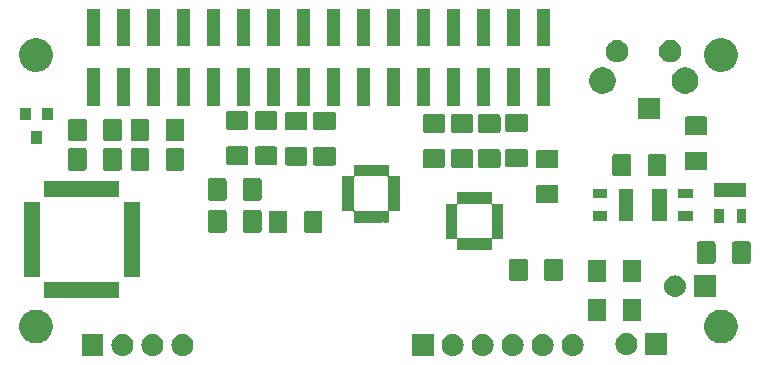
<source format=gbr>
G04 #@! TF.GenerationSoftware,KiCad,Pcbnew,(5.0.1)-4*
G04 #@! TF.CreationDate,2019-03-17T18:40:41+00:00*
G04 #@! TF.ProjectId,Bell-Boy,42656C6C2D426F792E6B696361645F70,rev?*
G04 #@! TF.SameCoordinates,Original*
G04 #@! TF.FileFunction,Soldermask,Bot*
G04 #@! TF.FilePolarity,Negative*
%FSLAX46Y46*%
G04 Gerber Fmt 4.6, Leading zero omitted, Abs format (unit mm)*
G04 Created by KiCad (PCBNEW (5.0.1)-4) date 17/03/2019 18:40:41*
%MOMM*%
%LPD*%
G01*
G04 APERTURE LIST*
%ADD10C,0.100000*%
G04 APERTURE END LIST*
D10*
G36*
X98631567Y-77137202D02*
X98806156Y-77190163D01*
X98967059Y-77276167D01*
X99108091Y-77391909D01*
X99223833Y-77532941D01*
X99309837Y-77693844D01*
X99362798Y-77868433D01*
X99380681Y-78050000D01*
X99362798Y-78231567D01*
X99309837Y-78406156D01*
X99223833Y-78567059D01*
X99108091Y-78708091D01*
X98967059Y-78823833D01*
X98806156Y-78909837D01*
X98752214Y-78926200D01*
X98631567Y-78962798D01*
X98495496Y-78976200D01*
X98404504Y-78976200D01*
X98268433Y-78962798D01*
X98147786Y-78926200D01*
X98093844Y-78909837D01*
X97932941Y-78823833D01*
X97791909Y-78708091D01*
X97676167Y-78567059D01*
X97590163Y-78406156D01*
X97537202Y-78231567D01*
X97519319Y-78050000D01*
X97537202Y-77868433D01*
X97590163Y-77693844D01*
X97676167Y-77532941D01*
X97791909Y-77391909D01*
X97932941Y-77276167D01*
X98093844Y-77190163D01*
X98268433Y-77137202D01*
X98404504Y-77123800D01*
X98495496Y-77123800D01*
X98631567Y-77137202D01*
X98631567Y-77137202D01*
G37*
G36*
X65601567Y-77137202D02*
X65776156Y-77190163D01*
X65937059Y-77276167D01*
X66078091Y-77391909D01*
X66193833Y-77532941D01*
X66279837Y-77693844D01*
X66332798Y-77868433D01*
X66350681Y-78050000D01*
X66332798Y-78231567D01*
X66279837Y-78406156D01*
X66193833Y-78567059D01*
X66078091Y-78708091D01*
X65937059Y-78823833D01*
X65776156Y-78909837D01*
X65601567Y-78962798D01*
X65465496Y-78976200D01*
X65374504Y-78976200D01*
X65238433Y-78962798D01*
X65063844Y-78909837D01*
X64902941Y-78823833D01*
X64761909Y-78708091D01*
X64646167Y-78567059D01*
X64560163Y-78406156D01*
X64507202Y-78231567D01*
X64489319Y-78050000D01*
X64507202Y-77868433D01*
X64560163Y-77693844D01*
X64646167Y-77532941D01*
X64761909Y-77391909D01*
X64902941Y-77276167D01*
X65063844Y-77190163D01*
X65238433Y-77137202D01*
X65374504Y-77123800D01*
X65465496Y-77123800D01*
X65601567Y-77137202D01*
X65601567Y-77137202D01*
G37*
G36*
X63061567Y-77137202D02*
X63236156Y-77190163D01*
X63397059Y-77276167D01*
X63538091Y-77391909D01*
X63653833Y-77532941D01*
X63739837Y-77693844D01*
X63792798Y-77868433D01*
X63810681Y-78050000D01*
X63792798Y-78231567D01*
X63739837Y-78406156D01*
X63653833Y-78567059D01*
X63538091Y-78708091D01*
X63397059Y-78823833D01*
X63236156Y-78909837D01*
X63061567Y-78962798D01*
X62925496Y-78976200D01*
X62834504Y-78976200D01*
X62698433Y-78962798D01*
X62523844Y-78909837D01*
X62362941Y-78823833D01*
X62221909Y-78708091D01*
X62106167Y-78567059D01*
X62020163Y-78406156D01*
X61967202Y-78231567D01*
X61949319Y-78050000D01*
X61967202Y-77868433D01*
X62020163Y-77693844D01*
X62106167Y-77532941D01*
X62221909Y-77391909D01*
X62362941Y-77276167D01*
X62523844Y-77190163D01*
X62698433Y-77137202D01*
X62834504Y-77123800D01*
X62925496Y-77123800D01*
X63061567Y-77137202D01*
X63061567Y-77137202D01*
G37*
G36*
X60521567Y-77137202D02*
X60696156Y-77190163D01*
X60857059Y-77276167D01*
X60998091Y-77391909D01*
X61113833Y-77532941D01*
X61199837Y-77693844D01*
X61252798Y-77868433D01*
X61270681Y-78050000D01*
X61252798Y-78231567D01*
X61199837Y-78406156D01*
X61113833Y-78567059D01*
X60998091Y-78708091D01*
X60857059Y-78823833D01*
X60696156Y-78909837D01*
X60521567Y-78962798D01*
X60385496Y-78976200D01*
X60294504Y-78976200D01*
X60158433Y-78962798D01*
X59983844Y-78909837D01*
X59822941Y-78823833D01*
X59681909Y-78708091D01*
X59566167Y-78567059D01*
X59480163Y-78406156D01*
X59427202Y-78231567D01*
X59409319Y-78050000D01*
X59427202Y-77868433D01*
X59480163Y-77693844D01*
X59566167Y-77532941D01*
X59681909Y-77391909D01*
X59822941Y-77276167D01*
X59983844Y-77190163D01*
X60158433Y-77137202D01*
X60294504Y-77123800D01*
X60385496Y-77123800D01*
X60521567Y-77137202D01*
X60521567Y-77137202D01*
G37*
G36*
X58726200Y-78976200D02*
X56873800Y-78976200D01*
X56873800Y-77123800D01*
X58726200Y-77123800D01*
X58726200Y-78976200D01*
X58726200Y-78976200D01*
G37*
G36*
X93551567Y-77137202D02*
X93726156Y-77190163D01*
X93887059Y-77276167D01*
X94028091Y-77391909D01*
X94143833Y-77532941D01*
X94229837Y-77693844D01*
X94282798Y-77868433D01*
X94300681Y-78050000D01*
X94282798Y-78231567D01*
X94229837Y-78406156D01*
X94143833Y-78567059D01*
X94028091Y-78708091D01*
X93887059Y-78823833D01*
X93726156Y-78909837D01*
X93551567Y-78962798D01*
X93415496Y-78976200D01*
X93324504Y-78976200D01*
X93188433Y-78962798D01*
X93013844Y-78909837D01*
X92852941Y-78823833D01*
X92711909Y-78708091D01*
X92596167Y-78567059D01*
X92510163Y-78406156D01*
X92457202Y-78231567D01*
X92439319Y-78050000D01*
X92457202Y-77868433D01*
X92510163Y-77693844D01*
X92596167Y-77532941D01*
X92711909Y-77391909D01*
X92852941Y-77276167D01*
X93013844Y-77190163D01*
X93188433Y-77137202D01*
X93324504Y-77123800D01*
X93415496Y-77123800D01*
X93551567Y-77137202D01*
X93551567Y-77137202D01*
G37*
G36*
X91011567Y-77137202D02*
X91186156Y-77190163D01*
X91347059Y-77276167D01*
X91488091Y-77391909D01*
X91603833Y-77532941D01*
X91689837Y-77693844D01*
X91742798Y-77868433D01*
X91760681Y-78050000D01*
X91742798Y-78231567D01*
X91689837Y-78406156D01*
X91603833Y-78567059D01*
X91488091Y-78708091D01*
X91347059Y-78823833D01*
X91186156Y-78909837D01*
X91011567Y-78962798D01*
X90875496Y-78976200D01*
X90784504Y-78976200D01*
X90648433Y-78962798D01*
X90473844Y-78909837D01*
X90312941Y-78823833D01*
X90171909Y-78708091D01*
X90056167Y-78567059D01*
X89970163Y-78406156D01*
X89917202Y-78231567D01*
X89899319Y-78050000D01*
X89917202Y-77868433D01*
X89970163Y-77693844D01*
X90056167Y-77532941D01*
X90171909Y-77391909D01*
X90312941Y-77276167D01*
X90473844Y-77190163D01*
X90648433Y-77137202D01*
X90784504Y-77123800D01*
X90875496Y-77123800D01*
X91011567Y-77137202D01*
X91011567Y-77137202D01*
G37*
G36*
X88471567Y-77137202D02*
X88646156Y-77190163D01*
X88807059Y-77276167D01*
X88948091Y-77391909D01*
X89063833Y-77532941D01*
X89149837Y-77693844D01*
X89202798Y-77868433D01*
X89220681Y-78050000D01*
X89202798Y-78231567D01*
X89149837Y-78406156D01*
X89063833Y-78567059D01*
X88948091Y-78708091D01*
X88807059Y-78823833D01*
X88646156Y-78909837D01*
X88471567Y-78962798D01*
X88335496Y-78976200D01*
X88244504Y-78976200D01*
X88108433Y-78962798D01*
X87933844Y-78909837D01*
X87772941Y-78823833D01*
X87631909Y-78708091D01*
X87516167Y-78567059D01*
X87430163Y-78406156D01*
X87377202Y-78231567D01*
X87359319Y-78050000D01*
X87377202Y-77868433D01*
X87430163Y-77693844D01*
X87516167Y-77532941D01*
X87631909Y-77391909D01*
X87772941Y-77276167D01*
X87933844Y-77190163D01*
X88108433Y-77137202D01*
X88244504Y-77123800D01*
X88335496Y-77123800D01*
X88471567Y-77137202D01*
X88471567Y-77137202D01*
G37*
G36*
X86676200Y-78976200D02*
X84823800Y-78976200D01*
X84823800Y-77123800D01*
X86676200Y-77123800D01*
X86676200Y-78976200D01*
X86676200Y-78976200D01*
G37*
G36*
X96091567Y-77137202D02*
X96266156Y-77190163D01*
X96427059Y-77276167D01*
X96568091Y-77391909D01*
X96683833Y-77532941D01*
X96769837Y-77693844D01*
X96822798Y-77868433D01*
X96840681Y-78050000D01*
X96822798Y-78231567D01*
X96769837Y-78406156D01*
X96683833Y-78567059D01*
X96568091Y-78708091D01*
X96427059Y-78823833D01*
X96266156Y-78909837D01*
X96212214Y-78926200D01*
X96091567Y-78962798D01*
X95955496Y-78976200D01*
X95864504Y-78976200D01*
X95728433Y-78962798D01*
X95607786Y-78926200D01*
X95553844Y-78909837D01*
X95392941Y-78823833D01*
X95251909Y-78708091D01*
X95136167Y-78567059D01*
X95050163Y-78406156D01*
X94997202Y-78231567D01*
X94979319Y-78050000D01*
X94997202Y-77868433D01*
X95050163Y-77693844D01*
X95136167Y-77532941D01*
X95251909Y-77391909D01*
X95392941Y-77276167D01*
X95553844Y-77190163D01*
X95728433Y-77137202D01*
X95864504Y-77123800D01*
X95955496Y-77123800D01*
X96091567Y-77137202D01*
X96091567Y-77137202D01*
G37*
G36*
X103191567Y-77087202D02*
X103366156Y-77140163D01*
X103527059Y-77226167D01*
X103668091Y-77341909D01*
X103783833Y-77482941D01*
X103869837Y-77643844D01*
X103922798Y-77818433D01*
X103940681Y-78000000D01*
X103922798Y-78181567D01*
X103869837Y-78356156D01*
X103783833Y-78517059D01*
X103668091Y-78658091D01*
X103527059Y-78773833D01*
X103366156Y-78859837D01*
X103201328Y-78909837D01*
X103191567Y-78912798D01*
X103055496Y-78926200D01*
X102964504Y-78926200D01*
X102828433Y-78912798D01*
X102818672Y-78909837D01*
X102653844Y-78859837D01*
X102492941Y-78773833D01*
X102351909Y-78658091D01*
X102236167Y-78517059D01*
X102150163Y-78356156D01*
X102097202Y-78181567D01*
X102079319Y-78000000D01*
X102097202Y-77818433D01*
X102150163Y-77643844D01*
X102236167Y-77482941D01*
X102351909Y-77341909D01*
X102492941Y-77226167D01*
X102653844Y-77140163D01*
X102828433Y-77087202D01*
X102964504Y-77073800D01*
X103055496Y-77073800D01*
X103191567Y-77087202D01*
X103191567Y-77087202D01*
G37*
G36*
X106476200Y-78926200D02*
X104623800Y-78926200D01*
X104623800Y-77073800D01*
X106476200Y-77073800D01*
X106476200Y-78926200D01*
X106476200Y-78926200D01*
G37*
G36*
X111416007Y-75128608D02*
X111675559Y-75236118D01*
X111909150Y-75392198D01*
X112107802Y-75590850D01*
X112263882Y-75824441D01*
X112371392Y-76083993D01*
X112426200Y-76359532D01*
X112426200Y-76640468D01*
X112371392Y-76916007D01*
X112263882Y-77175559D01*
X112107802Y-77409150D01*
X111909150Y-77607802D01*
X111675559Y-77763882D01*
X111416007Y-77871392D01*
X111140468Y-77926200D01*
X110859532Y-77926200D01*
X110583993Y-77871392D01*
X110324441Y-77763882D01*
X110090850Y-77607802D01*
X109892198Y-77409150D01*
X109736118Y-77175559D01*
X109628608Y-76916007D01*
X109573800Y-76640468D01*
X109573800Y-76359532D01*
X109628608Y-76083993D01*
X109736118Y-75824441D01*
X109892198Y-75590850D01*
X110090850Y-75392198D01*
X110324441Y-75236118D01*
X110583993Y-75128608D01*
X110859532Y-75073800D01*
X111140468Y-75073800D01*
X111416007Y-75128608D01*
X111416007Y-75128608D01*
G37*
G36*
X53416005Y-75128607D02*
X53675557Y-75236117D01*
X53909148Y-75392197D01*
X54107800Y-75590849D01*
X54263880Y-75824440D01*
X54371390Y-76083992D01*
X54426198Y-76359531D01*
X54426198Y-76640467D01*
X54371390Y-76916006D01*
X54263880Y-77175558D01*
X54107800Y-77409149D01*
X53909148Y-77607801D01*
X53675557Y-77763881D01*
X53416005Y-77871391D01*
X53140466Y-77926199D01*
X52859530Y-77926199D01*
X52583991Y-77871391D01*
X52324439Y-77763881D01*
X52090848Y-77607801D01*
X51892196Y-77409149D01*
X51736116Y-77175558D01*
X51628606Y-76916006D01*
X51573798Y-76640467D01*
X51573798Y-76359531D01*
X51628606Y-76083992D01*
X51736116Y-75824440D01*
X51892196Y-75590849D01*
X52090848Y-75392197D01*
X52324439Y-75236117D01*
X52583991Y-75128607D01*
X52859530Y-75073799D01*
X53140466Y-75073799D01*
X53416005Y-75128607D01*
X53416005Y-75128607D01*
G37*
G36*
X101144685Y-74153136D02*
X101181024Y-74164159D01*
X101214504Y-74182054D01*
X101243857Y-74206143D01*
X101267946Y-74235496D01*
X101285841Y-74268976D01*
X101296864Y-74305315D01*
X101301200Y-74349334D01*
X101301200Y-75850666D01*
X101296864Y-75894685D01*
X101285841Y-75931024D01*
X101267946Y-75964504D01*
X101243857Y-75993857D01*
X101214504Y-76017946D01*
X101181024Y-76035841D01*
X101144685Y-76046864D01*
X101100666Y-76051200D01*
X99924334Y-76051200D01*
X99880315Y-76046864D01*
X99843976Y-76035841D01*
X99810496Y-76017946D01*
X99781143Y-75993857D01*
X99757054Y-75964504D01*
X99739159Y-75931024D01*
X99728136Y-75894685D01*
X99723800Y-75850666D01*
X99723800Y-74349334D01*
X99728136Y-74305315D01*
X99739159Y-74268976D01*
X99757054Y-74235496D01*
X99781143Y-74206143D01*
X99810496Y-74182054D01*
X99843976Y-74164159D01*
X99880315Y-74153136D01*
X99924334Y-74148800D01*
X101100666Y-74148800D01*
X101144685Y-74153136D01*
X101144685Y-74153136D01*
G37*
G36*
X104119685Y-74153136D02*
X104156024Y-74164159D01*
X104189504Y-74182054D01*
X104218857Y-74206143D01*
X104242946Y-74235496D01*
X104260841Y-74268976D01*
X104271864Y-74305315D01*
X104276200Y-74349334D01*
X104276200Y-75850666D01*
X104271864Y-75894685D01*
X104260841Y-75931024D01*
X104242946Y-75964504D01*
X104218857Y-75993857D01*
X104189504Y-76017946D01*
X104156024Y-76035841D01*
X104119685Y-76046864D01*
X104075666Y-76051200D01*
X102899334Y-76051200D01*
X102855315Y-76046864D01*
X102818976Y-76035841D01*
X102785496Y-76017946D01*
X102756143Y-75993857D01*
X102732054Y-75964504D01*
X102714159Y-75931024D01*
X102703136Y-75894685D01*
X102698800Y-75850666D01*
X102698800Y-74349334D01*
X102703136Y-74305315D01*
X102714159Y-74268976D01*
X102732054Y-74235496D01*
X102756143Y-74206143D01*
X102785496Y-74182054D01*
X102818976Y-74164159D01*
X102855315Y-74153136D01*
X102899334Y-74148800D01*
X104075666Y-74148800D01*
X104119685Y-74153136D01*
X104119685Y-74153136D01*
G37*
G36*
X60076200Y-74076200D02*
X53723800Y-74076200D01*
X53723800Y-72723800D01*
X60076200Y-72723800D01*
X60076200Y-74076200D01*
X60076200Y-74076200D01*
G37*
G36*
X107291567Y-72187202D02*
X107466156Y-72240163D01*
X107627059Y-72326167D01*
X107768091Y-72441909D01*
X107883833Y-72582941D01*
X107969837Y-72743844D01*
X108022798Y-72918433D01*
X108040681Y-73100000D01*
X108022798Y-73281567D01*
X107969837Y-73456156D01*
X107883833Y-73617059D01*
X107768091Y-73758091D01*
X107627059Y-73873833D01*
X107466156Y-73959837D01*
X107291567Y-74012798D01*
X107155496Y-74026200D01*
X107064504Y-74026200D01*
X106928433Y-74012798D01*
X106753844Y-73959837D01*
X106592941Y-73873833D01*
X106451909Y-73758091D01*
X106336167Y-73617059D01*
X106250163Y-73456156D01*
X106197202Y-73281567D01*
X106179319Y-73100000D01*
X106197202Y-72918433D01*
X106250163Y-72743844D01*
X106336167Y-72582941D01*
X106451909Y-72441909D01*
X106592941Y-72326167D01*
X106753844Y-72240163D01*
X106928433Y-72187202D01*
X107064504Y-72173800D01*
X107155496Y-72173800D01*
X107291567Y-72187202D01*
X107291567Y-72187202D01*
G37*
G36*
X110576200Y-74026200D02*
X108723800Y-74026200D01*
X108723800Y-72173800D01*
X110576200Y-72173800D01*
X110576200Y-74026200D01*
X110576200Y-74026200D01*
G37*
G36*
X104119685Y-70853136D02*
X104156024Y-70864159D01*
X104189504Y-70882054D01*
X104218857Y-70906143D01*
X104242946Y-70935496D01*
X104260841Y-70968976D01*
X104271864Y-71005315D01*
X104276200Y-71049334D01*
X104276200Y-72550666D01*
X104271864Y-72594685D01*
X104260841Y-72631024D01*
X104242946Y-72664504D01*
X104218857Y-72693857D01*
X104189504Y-72717946D01*
X104156024Y-72735841D01*
X104119685Y-72746864D01*
X104075666Y-72751200D01*
X102899334Y-72751200D01*
X102855315Y-72746864D01*
X102818976Y-72735841D01*
X102785496Y-72717946D01*
X102756143Y-72693857D01*
X102732054Y-72664504D01*
X102714159Y-72631024D01*
X102703136Y-72594685D01*
X102698800Y-72550666D01*
X102698800Y-71049334D01*
X102703136Y-71005315D01*
X102714159Y-70968976D01*
X102732054Y-70935496D01*
X102756143Y-70906143D01*
X102785496Y-70882054D01*
X102818976Y-70864159D01*
X102855315Y-70853136D01*
X102899334Y-70848800D01*
X104075666Y-70848800D01*
X104119685Y-70853136D01*
X104119685Y-70853136D01*
G37*
G36*
X101144685Y-70853136D02*
X101181024Y-70864159D01*
X101214504Y-70882054D01*
X101243857Y-70906143D01*
X101267946Y-70935496D01*
X101285841Y-70968976D01*
X101296864Y-71005315D01*
X101301200Y-71049334D01*
X101301200Y-72550666D01*
X101296864Y-72594685D01*
X101285841Y-72631024D01*
X101267946Y-72664504D01*
X101243857Y-72693857D01*
X101214504Y-72717946D01*
X101181024Y-72735841D01*
X101144685Y-72746864D01*
X101100666Y-72751200D01*
X99924334Y-72751200D01*
X99880315Y-72746864D01*
X99843976Y-72735841D01*
X99810496Y-72717946D01*
X99781143Y-72693857D01*
X99757054Y-72664504D01*
X99739159Y-72631024D01*
X99728136Y-72594685D01*
X99723800Y-72550666D01*
X99723800Y-71049334D01*
X99728136Y-71005315D01*
X99739159Y-70968976D01*
X99757054Y-70935496D01*
X99781143Y-70906143D01*
X99810496Y-70882054D01*
X99843976Y-70864159D01*
X99880315Y-70853136D01*
X99924334Y-70848800D01*
X101100666Y-70848800D01*
X101144685Y-70853136D01*
X101144685Y-70853136D01*
G37*
G36*
X97469685Y-70753136D02*
X97506024Y-70764159D01*
X97539504Y-70782054D01*
X97568857Y-70806143D01*
X97592946Y-70835496D01*
X97610841Y-70868976D01*
X97621864Y-70905315D01*
X97626200Y-70949334D01*
X97626200Y-72450666D01*
X97621864Y-72494685D01*
X97610841Y-72531024D01*
X97592946Y-72564504D01*
X97568857Y-72593857D01*
X97539504Y-72617946D01*
X97506024Y-72635841D01*
X97469685Y-72646864D01*
X97425666Y-72651200D01*
X96249334Y-72651200D01*
X96205315Y-72646864D01*
X96168976Y-72635841D01*
X96135496Y-72617946D01*
X96106143Y-72593857D01*
X96082054Y-72564504D01*
X96064159Y-72531024D01*
X96053136Y-72494685D01*
X96048800Y-72450666D01*
X96048800Y-70949334D01*
X96053136Y-70905315D01*
X96064159Y-70868976D01*
X96082054Y-70835496D01*
X96106143Y-70806143D01*
X96135496Y-70782054D01*
X96168976Y-70764159D01*
X96205315Y-70753136D01*
X96249334Y-70748800D01*
X97425666Y-70748800D01*
X97469685Y-70753136D01*
X97469685Y-70753136D01*
G37*
G36*
X94494685Y-70753136D02*
X94531024Y-70764159D01*
X94564504Y-70782054D01*
X94593857Y-70806143D01*
X94617946Y-70835496D01*
X94635841Y-70868976D01*
X94646864Y-70905315D01*
X94651200Y-70949334D01*
X94651200Y-72450666D01*
X94646864Y-72494685D01*
X94635841Y-72531024D01*
X94617946Y-72564504D01*
X94593857Y-72593857D01*
X94564504Y-72617946D01*
X94531024Y-72635841D01*
X94494685Y-72646864D01*
X94450666Y-72651200D01*
X93274334Y-72651200D01*
X93230315Y-72646864D01*
X93193976Y-72635841D01*
X93160496Y-72617946D01*
X93131143Y-72593857D01*
X93107054Y-72564504D01*
X93089159Y-72531024D01*
X93078136Y-72494685D01*
X93073800Y-72450666D01*
X93073800Y-70949334D01*
X93078136Y-70905315D01*
X93089159Y-70868976D01*
X93107054Y-70835496D01*
X93131143Y-70806143D01*
X93160496Y-70782054D01*
X93193976Y-70764159D01*
X93230315Y-70753136D01*
X93274334Y-70748800D01*
X94450666Y-70748800D01*
X94494685Y-70753136D01*
X94494685Y-70753136D01*
G37*
G36*
X61826200Y-72326200D02*
X60473800Y-72326200D01*
X60473800Y-65973800D01*
X61826200Y-65973800D01*
X61826200Y-72326200D01*
X61826200Y-72326200D01*
G37*
G36*
X53326200Y-72326200D02*
X51973800Y-72326200D01*
X51973800Y-65973800D01*
X53326200Y-65973800D01*
X53326200Y-72326200D01*
X53326200Y-72326200D01*
G37*
G36*
X113369685Y-69303136D02*
X113406024Y-69314159D01*
X113439504Y-69332054D01*
X113468857Y-69356143D01*
X113492946Y-69385496D01*
X113510841Y-69418976D01*
X113521864Y-69455315D01*
X113526200Y-69499334D01*
X113526200Y-71000666D01*
X113521864Y-71044685D01*
X113510841Y-71081024D01*
X113492946Y-71114504D01*
X113468857Y-71143857D01*
X113439504Y-71167946D01*
X113406024Y-71185841D01*
X113369685Y-71196864D01*
X113325666Y-71201200D01*
X112149334Y-71201200D01*
X112105315Y-71196864D01*
X112068976Y-71185841D01*
X112035496Y-71167946D01*
X112006143Y-71143857D01*
X111982054Y-71114504D01*
X111964159Y-71081024D01*
X111953136Y-71044685D01*
X111948800Y-71000666D01*
X111948800Y-69499334D01*
X111953136Y-69455315D01*
X111964159Y-69418976D01*
X111982054Y-69385496D01*
X112006143Y-69356143D01*
X112035496Y-69332054D01*
X112068976Y-69314159D01*
X112105315Y-69303136D01*
X112149334Y-69298800D01*
X113325666Y-69298800D01*
X113369685Y-69303136D01*
X113369685Y-69303136D01*
G37*
G36*
X110394685Y-69303136D02*
X110431024Y-69314159D01*
X110464504Y-69332054D01*
X110493857Y-69356143D01*
X110517946Y-69385496D01*
X110535841Y-69418976D01*
X110546864Y-69455315D01*
X110551200Y-69499334D01*
X110551200Y-71000666D01*
X110546864Y-71044685D01*
X110535841Y-71081024D01*
X110517946Y-71114504D01*
X110493857Y-71143857D01*
X110464504Y-71167946D01*
X110431024Y-71185841D01*
X110394685Y-71196864D01*
X110350666Y-71201200D01*
X109174334Y-71201200D01*
X109130315Y-71196864D01*
X109093976Y-71185841D01*
X109060496Y-71167946D01*
X109031143Y-71143857D01*
X109007054Y-71114504D01*
X108989159Y-71081024D01*
X108978136Y-71044685D01*
X108973800Y-71000666D01*
X108973800Y-69499334D01*
X108978136Y-69455315D01*
X108989159Y-69418976D01*
X109007054Y-69385496D01*
X109031143Y-69356143D01*
X109060496Y-69332054D01*
X109093976Y-69314159D01*
X109130315Y-69303136D01*
X109174334Y-69298800D01*
X110350666Y-69298800D01*
X110394685Y-69303136D01*
X110394685Y-69303136D01*
G37*
G36*
X89086158Y-65150356D02*
X89101003Y-65154860D01*
X89113130Y-65159883D01*
X89137548Y-65164741D01*
X89162445Y-65164742D01*
X89186863Y-65159885D01*
X89198993Y-65154861D01*
X89213842Y-65150356D01*
X89229643Y-65148800D01*
X89570357Y-65148800D01*
X89586158Y-65150356D01*
X89601003Y-65154860D01*
X89613130Y-65159883D01*
X89637548Y-65164741D01*
X89662445Y-65164742D01*
X89686863Y-65159885D01*
X89698993Y-65154861D01*
X89713842Y-65150356D01*
X89729643Y-65148800D01*
X90070357Y-65148800D01*
X90086158Y-65150356D01*
X90101003Y-65154860D01*
X90113130Y-65159883D01*
X90137548Y-65164741D01*
X90162445Y-65164742D01*
X90186863Y-65159885D01*
X90198993Y-65154861D01*
X90213842Y-65150356D01*
X90229643Y-65148800D01*
X90570357Y-65148800D01*
X90586158Y-65150356D01*
X90601003Y-65154860D01*
X90613130Y-65159883D01*
X90637548Y-65164741D01*
X90662445Y-65164742D01*
X90686863Y-65159885D01*
X90698993Y-65154861D01*
X90713842Y-65150356D01*
X90729643Y-65148800D01*
X91070357Y-65148800D01*
X91086158Y-65150356D01*
X91101003Y-65154860D01*
X91113130Y-65159883D01*
X91137548Y-65164741D01*
X91162445Y-65164742D01*
X91186863Y-65159885D01*
X91198993Y-65154861D01*
X91213842Y-65150356D01*
X91229643Y-65148800D01*
X91570357Y-65148800D01*
X91586158Y-65150356D01*
X91595348Y-65153144D01*
X91603813Y-65157668D01*
X91611238Y-65163762D01*
X91617332Y-65171187D01*
X91621856Y-65179652D01*
X91624644Y-65188842D01*
X91626200Y-65204643D01*
X91626200Y-65996800D01*
X91628640Y-66021576D01*
X91635867Y-66045401D01*
X91647603Y-66067357D01*
X91663397Y-66086603D01*
X91682643Y-66102397D01*
X91704599Y-66114133D01*
X91728424Y-66121360D01*
X91753200Y-66123800D01*
X92545357Y-66123800D01*
X92561158Y-66125356D01*
X92570348Y-66128144D01*
X92578813Y-66132668D01*
X92586238Y-66138762D01*
X92592332Y-66146187D01*
X92596856Y-66154652D01*
X92599644Y-66163842D01*
X92601200Y-66179643D01*
X92601200Y-66520357D01*
X92599644Y-66536158D01*
X92595140Y-66551003D01*
X92590117Y-66563130D01*
X92585259Y-66587548D01*
X92585258Y-66612445D01*
X92590115Y-66636863D01*
X92595139Y-66648993D01*
X92599644Y-66663842D01*
X92601200Y-66679643D01*
X92601200Y-67020357D01*
X92599644Y-67036158D01*
X92595140Y-67051003D01*
X92590117Y-67063130D01*
X92585259Y-67087548D01*
X92585258Y-67112445D01*
X92590115Y-67136863D01*
X92595139Y-67148993D01*
X92599644Y-67163842D01*
X92601200Y-67179643D01*
X92601200Y-67520357D01*
X92599644Y-67536158D01*
X92595140Y-67551003D01*
X92590117Y-67563130D01*
X92585259Y-67587548D01*
X92585258Y-67612445D01*
X92590115Y-67636863D01*
X92595139Y-67648993D01*
X92599644Y-67663842D01*
X92601200Y-67679643D01*
X92601200Y-68020357D01*
X92599644Y-68036158D01*
X92595140Y-68051003D01*
X92590117Y-68063130D01*
X92585259Y-68087548D01*
X92585258Y-68112445D01*
X92590115Y-68136863D01*
X92595139Y-68148993D01*
X92599644Y-68163842D01*
X92601200Y-68179643D01*
X92601200Y-68520357D01*
X92599644Y-68536158D01*
X92595140Y-68551003D01*
X92590117Y-68563130D01*
X92585259Y-68587548D01*
X92585258Y-68612445D01*
X92590115Y-68636863D01*
X92595139Y-68648993D01*
X92599644Y-68663842D01*
X92601200Y-68679643D01*
X92601200Y-69020357D01*
X92599644Y-69036158D01*
X92596856Y-69045348D01*
X92592332Y-69053813D01*
X92586238Y-69061238D01*
X92578813Y-69067332D01*
X92570348Y-69071856D01*
X92561158Y-69074644D01*
X92545357Y-69076200D01*
X91753200Y-69076200D01*
X91728424Y-69078640D01*
X91704599Y-69085867D01*
X91682643Y-69097603D01*
X91663397Y-69113397D01*
X91647603Y-69132643D01*
X91635867Y-69154599D01*
X91628640Y-69178424D01*
X91626200Y-69203200D01*
X91626200Y-69995357D01*
X91624644Y-70011158D01*
X91621856Y-70020348D01*
X91617332Y-70028813D01*
X91611238Y-70036238D01*
X91603813Y-70042332D01*
X91595348Y-70046856D01*
X91586158Y-70049644D01*
X91570357Y-70051200D01*
X91229643Y-70051200D01*
X91213842Y-70049644D01*
X91198997Y-70045140D01*
X91186870Y-70040117D01*
X91162452Y-70035259D01*
X91137555Y-70035258D01*
X91113137Y-70040115D01*
X91101007Y-70045139D01*
X91086158Y-70049644D01*
X91070357Y-70051200D01*
X90729643Y-70051200D01*
X90713842Y-70049644D01*
X90698997Y-70045140D01*
X90686870Y-70040117D01*
X90662452Y-70035259D01*
X90637555Y-70035258D01*
X90613137Y-70040115D01*
X90601007Y-70045139D01*
X90586158Y-70049644D01*
X90570357Y-70051200D01*
X90229643Y-70051200D01*
X90213842Y-70049644D01*
X90198997Y-70045140D01*
X90186870Y-70040117D01*
X90162452Y-70035259D01*
X90137555Y-70035258D01*
X90113137Y-70040115D01*
X90101007Y-70045139D01*
X90086158Y-70049644D01*
X90070357Y-70051200D01*
X89729643Y-70051200D01*
X89713842Y-70049644D01*
X89698997Y-70045140D01*
X89686870Y-70040117D01*
X89662452Y-70035259D01*
X89637555Y-70035258D01*
X89613137Y-70040115D01*
X89601007Y-70045139D01*
X89586158Y-70049644D01*
X89570357Y-70051200D01*
X89229643Y-70051200D01*
X89213842Y-70049644D01*
X89198997Y-70045140D01*
X89186870Y-70040117D01*
X89162452Y-70035259D01*
X89137555Y-70035258D01*
X89113137Y-70040115D01*
X89101007Y-70045139D01*
X89086158Y-70049644D01*
X89070357Y-70051200D01*
X88729643Y-70051200D01*
X88713842Y-70049644D01*
X88704652Y-70046856D01*
X88696187Y-70042332D01*
X88688762Y-70036238D01*
X88682668Y-70028813D01*
X88678144Y-70020348D01*
X88675356Y-70011158D01*
X88673800Y-69995357D01*
X88673800Y-69203200D01*
X88671360Y-69178424D01*
X88664133Y-69154599D01*
X88652397Y-69132643D01*
X88636603Y-69113397D01*
X88617357Y-69097603D01*
X88595401Y-69085867D01*
X88571576Y-69078640D01*
X88546800Y-69076200D01*
X87754643Y-69076200D01*
X87738842Y-69074644D01*
X87729652Y-69071856D01*
X87721187Y-69067332D01*
X87713762Y-69061238D01*
X87707668Y-69053813D01*
X87703144Y-69045348D01*
X87700356Y-69036158D01*
X87698800Y-69020357D01*
X87698800Y-68679643D01*
X87700356Y-68663842D01*
X87704860Y-68648997D01*
X87709883Y-68636870D01*
X87714741Y-68612452D01*
X87714742Y-68587555D01*
X87709885Y-68563137D01*
X87704861Y-68551007D01*
X87700356Y-68536158D01*
X87698800Y-68520357D01*
X87698800Y-68179643D01*
X87700356Y-68163842D01*
X87704860Y-68148997D01*
X87709883Y-68136870D01*
X87714741Y-68112452D01*
X87714742Y-68087555D01*
X87709885Y-68063137D01*
X87704861Y-68051007D01*
X87700356Y-68036158D01*
X87698800Y-68020357D01*
X87698800Y-67679643D01*
X87700356Y-67663842D01*
X87704860Y-67648997D01*
X87709883Y-67636870D01*
X87714741Y-67612452D01*
X87714742Y-67587555D01*
X87709885Y-67563137D01*
X87704861Y-67551007D01*
X87700356Y-67536158D01*
X87698800Y-67520357D01*
X87698800Y-67179643D01*
X87700356Y-67163842D01*
X87704860Y-67148997D01*
X87709883Y-67136870D01*
X87714741Y-67112452D01*
X87714742Y-67087555D01*
X87709885Y-67063137D01*
X87704861Y-67051007D01*
X87700356Y-67036158D01*
X87698800Y-67020357D01*
X87698800Y-66679643D01*
X87700356Y-66663842D01*
X87704860Y-66648997D01*
X87709883Y-66636870D01*
X87714741Y-66612452D01*
X87714741Y-66612445D01*
X88685258Y-66612445D01*
X88690115Y-66636863D01*
X88695139Y-66648993D01*
X88699644Y-66663842D01*
X88701200Y-66679643D01*
X88701200Y-67020357D01*
X88699644Y-67036158D01*
X88695140Y-67051003D01*
X88690117Y-67063130D01*
X88685259Y-67087548D01*
X88685258Y-67112445D01*
X88690115Y-67136863D01*
X88695139Y-67148993D01*
X88699644Y-67163842D01*
X88701200Y-67179643D01*
X88701200Y-67520357D01*
X88699644Y-67536158D01*
X88695140Y-67551003D01*
X88690117Y-67563130D01*
X88685259Y-67587548D01*
X88685258Y-67612445D01*
X88690115Y-67636863D01*
X88695139Y-67648993D01*
X88699644Y-67663842D01*
X88701200Y-67679643D01*
X88701200Y-68020357D01*
X88699644Y-68036158D01*
X88695140Y-68051003D01*
X88690117Y-68063130D01*
X88685259Y-68087548D01*
X88685258Y-68112445D01*
X88690115Y-68136863D01*
X88695139Y-68148993D01*
X88699644Y-68163842D01*
X88701200Y-68179643D01*
X88701200Y-68520357D01*
X88699644Y-68536158D01*
X88695140Y-68551003D01*
X88690117Y-68563130D01*
X88685259Y-68587548D01*
X88685258Y-68612445D01*
X88690115Y-68636863D01*
X88695139Y-68648993D01*
X88699644Y-68663842D01*
X88701200Y-68679643D01*
X88701200Y-68921800D01*
X88703640Y-68946576D01*
X88710867Y-68970401D01*
X88722603Y-68992357D01*
X88738397Y-69011603D01*
X88757643Y-69027397D01*
X88779599Y-69039133D01*
X88803424Y-69046360D01*
X88828200Y-69048800D01*
X89070357Y-69048800D01*
X89086158Y-69050356D01*
X89101003Y-69054860D01*
X89113130Y-69059883D01*
X89137548Y-69064741D01*
X89162445Y-69064742D01*
X89186863Y-69059885D01*
X89198993Y-69054861D01*
X89213842Y-69050356D01*
X89229643Y-69048800D01*
X89570357Y-69048800D01*
X89586158Y-69050356D01*
X89601003Y-69054860D01*
X89613130Y-69059883D01*
X89637548Y-69064741D01*
X89662445Y-69064742D01*
X89686863Y-69059885D01*
X89698993Y-69054861D01*
X89713842Y-69050356D01*
X89729643Y-69048800D01*
X90070357Y-69048800D01*
X90086158Y-69050356D01*
X90101003Y-69054860D01*
X90113130Y-69059883D01*
X90137548Y-69064741D01*
X90162445Y-69064742D01*
X90186863Y-69059885D01*
X90198993Y-69054861D01*
X90213842Y-69050356D01*
X90229643Y-69048800D01*
X90570357Y-69048800D01*
X90586158Y-69050356D01*
X90601003Y-69054860D01*
X90613130Y-69059883D01*
X90637548Y-69064741D01*
X90662445Y-69064742D01*
X90686863Y-69059885D01*
X90698993Y-69054861D01*
X90713842Y-69050356D01*
X90729643Y-69048800D01*
X91070357Y-69048800D01*
X91086158Y-69050356D01*
X91101003Y-69054860D01*
X91113130Y-69059883D01*
X91137548Y-69064741D01*
X91162445Y-69064742D01*
X91186863Y-69059885D01*
X91198993Y-69054861D01*
X91213842Y-69050356D01*
X91229643Y-69048800D01*
X91471800Y-69048800D01*
X91496576Y-69046360D01*
X91520401Y-69039133D01*
X91542357Y-69027397D01*
X91561603Y-69011603D01*
X91577397Y-68992357D01*
X91589133Y-68970401D01*
X91596360Y-68946576D01*
X91598800Y-68921800D01*
X91598800Y-68679643D01*
X91600356Y-68663842D01*
X91604860Y-68648997D01*
X91609883Y-68636870D01*
X91614741Y-68612452D01*
X91614742Y-68587555D01*
X91609885Y-68563137D01*
X91604861Y-68551007D01*
X91600356Y-68536158D01*
X91598800Y-68520357D01*
X91598800Y-68179643D01*
X91600356Y-68163842D01*
X91604860Y-68148997D01*
X91609883Y-68136870D01*
X91614741Y-68112452D01*
X91614742Y-68087555D01*
X91609885Y-68063137D01*
X91604861Y-68051007D01*
X91600356Y-68036158D01*
X91598800Y-68020357D01*
X91598800Y-67679643D01*
X91600356Y-67663842D01*
X91604860Y-67648997D01*
X91609883Y-67636870D01*
X91614741Y-67612452D01*
X91614742Y-67587555D01*
X91609885Y-67563137D01*
X91604861Y-67551007D01*
X91600356Y-67536158D01*
X91598800Y-67520357D01*
X91598800Y-67179643D01*
X91600356Y-67163842D01*
X91604860Y-67148997D01*
X91609883Y-67136870D01*
X91614741Y-67112452D01*
X91614742Y-67087555D01*
X91609885Y-67063137D01*
X91604861Y-67051007D01*
X91600356Y-67036158D01*
X91598800Y-67020357D01*
X91598800Y-66679643D01*
X91600356Y-66663842D01*
X91604860Y-66648997D01*
X91609883Y-66636870D01*
X91614741Y-66612452D01*
X91614742Y-66587555D01*
X91609885Y-66563137D01*
X91604861Y-66551007D01*
X91600356Y-66536158D01*
X91598800Y-66520357D01*
X91598800Y-66278200D01*
X91596360Y-66253424D01*
X91589133Y-66229599D01*
X91577397Y-66207643D01*
X91561603Y-66188397D01*
X91542357Y-66172603D01*
X91520401Y-66160867D01*
X91496576Y-66153640D01*
X91471800Y-66151200D01*
X91229643Y-66151200D01*
X91213842Y-66149644D01*
X91198997Y-66145140D01*
X91186870Y-66140117D01*
X91162452Y-66135259D01*
X91137555Y-66135258D01*
X91113137Y-66140115D01*
X91101007Y-66145139D01*
X91086158Y-66149644D01*
X91070357Y-66151200D01*
X90729643Y-66151200D01*
X90713842Y-66149644D01*
X90698997Y-66145140D01*
X90686870Y-66140117D01*
X90662452Y-66135259D01*
X90637555Y-66135258D01*
X90613137Y-66140115D01*
X90601007Y-66145139D01*
X90586158Y-66149644D01*
X90570357Y-66151200D01*
X90229643Y-66151200D01*
X90213842Y-66149644D01*
X90198997Y-66145140D01*
X90186870Y-66140117D01*
X90162452Y-66135259D01*
X90137555Y-66135258D01*
X90113137Y-66140115D01*
X90101007Y-66145139D01*
X90086158Y-66149644D01*
X90070357Y-66151200D01*
X89729643Y-66151200D01*
X89713842Y-66149644D01*
X89698997Y-66145140D01*
X89686870Y-66140117D01*
X89662452Y-66135259D01*
X89637555Y-66135258D01*
X89613137Y-66140115D01*
X89601007Y-66145139D01*
X89586158Y-66149644D01*
X89570357Y-66151200D01*
X89229643Y-66151200D01*
X89213842Y-66149644D01*
X89198997Y-66145140D01*
X89186870Y-66140117D01*
X89162452Y-66135259D01*
X89137555Y-66135258D01*
X89113137Y-66140115D01*
X89101007Y-66145139D01*
X89086158Y-66149644D01*
X89070357Y-66151200D01*
X88828200Y-66151200D01*
X88803424Y-66153640D01*
X88779599Y-66160867D01*
X88757643Y-66172603D01*
X88738397Y-66188397D01*
X88722603Y-66207643D01*
X88710867Y-66229599D01*
X88703640Y-66253424D01*
X88701200Y-66278200D01*
X88701200Y-66520357D01*
X88699644Y-66536158D01*
X88695140Y-66551003D01*
X88690117Y-66563130D01*
X88685259Y-66587548D01*
X88685258Y-66612445D01*
X87714741Y-66612445D01*
X87714742Y-66587555D01*
X87709885Y-66563137D01*
X87704861Y-66551007D01*
X87700356Y-66536158D01*
X87698800Y-66520357D01*
X87698800Y-66179643D01*
X87700356Y-66163842D01*
X87703144Y-66154652D01*
X87707668Y-66146187D01*
X87713762Y-66138762D01*
X87721187Y-66132668D01*
X87729652Y-66128144D01*
X87738842Y-66125356D01*
X87754643Y-66123800D01*
X88546800Y-66123800D01*
X88571576Y-66121360D01*
X88595401Y-66114133D01*
X88617357Y-66102397D01*
X88636603Y-66086603D01*
X88652397Y-66067357D01*
X88664133Y-66045401D01*
X88671360Y-66021576D01*
X88673800Y-65996800D01*
X88673800Y-65204643D01*
X88675356Y-65188842D01*
X88678144Y-65179652D01*
X88682668Y-65171187D01*
X88688762Y-65163762D01*
X88696187Y-65157668D01*
X88704652Y-65153144D01*
X88713842Y-65150356D01*
X88729643Y-65148800D01*
X89070357Y-65148800D01*
X89086158Y-65150356D01*
X89086158Y-65150356D01*
G37*
G36*
X74144685Y-66703136D02*
X74181024Y-66714159D01*
X74214504Y-66732054D01*
X74243857Y-66756143D01*
X74267946Y-66785496D01*
X74285841Y-66818976D01*
X74296864Y-66855315D01*
X74301200Y-66899334D01*
X74301200Y-68400666D01*
X74296864Y-68444685D01*
X74285841Y-68481024D01*
X74267946Y-68514504D01*
X74243857Y-68543857D01*
X74214504Y-68567946D01*
X74181024Y-68585841D01*
X74144685Y-68596864D01*
X74100666Y-68601200D01*
X72924334Y-68601200D01*
X72880315Y-68596864D01*
X72843976Y-68585841D01*
X72810496Y-68567946D01*
X72781143Y-68543857D01*
X72757054Y-68514504D01*
X72739159Y-68481024D01*
X72728136Y-68444685D01*
X72723800Y-68400666D01*
X72723800Y-66899334D01*
X72728136Y-66855315D01*
X72739159Y-66818976D01*
X72757054Y-66785496D01*
X72781143Y-66756143D01*
X72810496Y-66732054D01*
X72843976Y-66714159D01*
X72880315Y-66703136D01*
X72924334Y-66698800D01*
X74100666Y-66698800D01*
X74144685Y-66703136D01*
X74144685Y-66703136D01*
G37*
G36*
X77119685Y-66703136D02*
X77156024Y-66714159D01*
X77189504Y-66732054D01*
X77218857Y-66756143D01*
X77242946Y-66785496D01*
X77260841Y-66818976D01*
X77271864Y-66855315D01*
X77276200Y-66899334D01*
X77276200Y-68400666D01*
X77271864Y-68444685D01*
X77260841Y-68481024D01*
X77242946Y-68514504D01*
X77218857Y-68543857D01*
X77189504Y-68567946D01*
X77156024Y-68585841D01*
X77119685Y-68596864D01*
X77075666Y-68601200D01*
X75899334Y-68601200D01*
X75855315Y-68596864D01*
X75818976Y-68585841D01*
X75785496Y-68567946D01*
X75756143Y-68543857D01*
X75732054Y-68514504D01*
X75714159Y-68481024D01*
X75703136Y-68444685D01*
X75698800Y-68400666D01*
X75698800Y-66899334D01*
X75703136Y-66855315D01*
X75714159Y-66818976D01*
X75732054Y-66785496D01*
X75756143Y-66756143D01*
X75785496Y-66732054D01*
X75818976Y-66714159D01*
X75855315Y-66703136D01*
X75899334Y-66698800D01*
X77075666Y-66698800D01*
X77119685Y-66703136D01*
X77119685Y-66703136D01*
G37*
G36*
X68994685Y-66653136D02*
X69031024Y-66664159D01*
X69064504Y-66682054D01*
X69093857Y-66706143D01*
X69117946Y-66735496D01*
X69135841Y-66768976D01*
X69146864Y-66805315D01*
X69151200Y-66849334D01*
X69151200Y-68350666D01*
X69146864Y-68394685D01*
X69135841Y-68431024D01*
X69117946Y-68464504D01*
X69093857Y-68493857D01*
X69064504Y-68517946D01*
X69031024Y-68535841D01*
X68994685Y-68546864D01*
X68950666Y-68551200D01*
X67774334Y-68551200D01*
X67730315Y-68546864D01*
X67693976Y-68535841D01*
X67660496Y-68517946D01*
X67631143Y-68493857D01*
X67607054Y-68464504D01*
X67589159Y-68431024D01*
X67578136Y-68394685D01*
X67573800Y-68350666D01*
X67573800Y-66849334D01*
X67578136Y-66805315D01*
X67589159Y-66768976D01*
X67607054Y-66735496D01*
X67631143Y-66706143D01*
X67660496Y-66682054D01*
X67693976Y-66664159D01*
X67730315Y-66653136D01*
X67774334Y-66648800D01*
X68950666Y-66648800D01*
X68994685Y-66653136D01*
X68994685Y-66653136D01*
G37*
G36*
X71969685Y-66653136D02*
X72006024Y-66664159D01*
X72039504Y-66682054D01*
X72068857Y-66706143D01*
X72092946Y-66735496D01*
X72110841Y-66768976D01*
X72121864Y-66805315D01*
X72126200Y-66849334D01*
X72126200Y-68350666D01*
X72121864Y-68394685D01*
X72110841Y-68431024D01*
X72092946Y-68464504D01*
X72068857Y-68493857D01*
X72039504Y-68517946D01*
X72006024Y-68535841D01*
X71969685Y-68546864D01*
X71925666Y-68551200D01*
X70749334Y-68551200D01*
X70705315Y-68546864D01*
X70668976Y-68535841D01*
X70635496Y-68517946D01*
X70606143Y-68493857D01*
X70582054Y-68464504D01*
X70564159Y-68431024D01*
X70553136Y-68394685D01*
X70548800Y-68350666D01*
X70548800Y-66849334D01*
X70553136Y-66805315D01*
X70564159Y-66768976D01*
X70582054Y-66735496D01*
X70606143Y-66706143D01*
X70635496Y-66682054D01*
X70668976Y-66664159D01*
X70705315Y-66653136D01*
X70749334Y-66648800D01*
X71925666Y-66648800D01*
X71969685Y-66653136D01*
X71969685Y-66653136D01*
G37*
G36*
X113151200Y-67756200D02*
X112348800Y-67756200D01*
X112348800Y-66543800D01*
X113151200Y-66543800D01*
X113151200Y-67756200D01*
X113151200Y-67756200D01*
G37*
G36*
X111251200Y-67756200D02*
X110448800Y-67756200D01*
X110448800Y-66543800D01*
X111251200Y-66543800D01*
X111251200Y-67756200D01*
X111251200Y-67756200D01*
G37*
G36*
X80336158Y-62800356D02*
X80351003Y-62804860D01*
X80363130Y-62809883D01*
X80387548Y-62814741D01*
X80412445Y-62814742D01*
X80436863Y-62809885D01*
X80448993Y-62804861D01*
X80463842Y-62800356D01*
X80479643Y-62798800D01*
X80820357Y-62798800D01*
X80836158Y-62800356D01*
X80851003Y-62804860D01*
X80863130Y-62809883D01*
X80887548Y-62814741D01*
X80912445Y-62814742D01*
X80936863Y-62809885D01*
X80948993Y-62804861D01*
X80963842Y-62800356D01*
X80979643Y-62798800D01*
X81320357Y-62798800D01*
X81336158Y-62800356D01*
X81351003Y-62804860D01*
X81363130Y-62809883D01*
X81387548Y-62814741D01*
X81412445Y-62814742D01*
X81436863Y-62809885D01*
X81448993Y-62804861D01*
X81463842Y-62800356D01*
X81479643Y-62798800D01*
X81820357Y-62798800D01*
X81836158Y-62800356D01*
X81851003Y-62804860D01*
X81863130Y-62809883D01*
X81887548Y-62814741D01*
X81912445Y-62814742D01*
X81936863Y-62809885D01*
X81948993Y-62804861D01*
X81963842Y-62800356D01*
X81979643Y-62798800D01*
X82320357Y-62798800D01*
X82336158Y-62800356D01*
X82351003Y-62804860D01*
X82363130Y-62809883D01*
X82387548Y-62814741D01*
X82412445Y-62814742D01*
X82436863Y-62809885D01*
X82448993Y-62804861D01*
X82463842Y-62800356D01*
X82479643Y-62798800D01*
X82820357Y-62798800D01*
X82836158Y-62800356D01*
X82845348Y-62803144D01*
X82853813Y-62807668D01*
X82861238Y-62813762D01*
X82867332Y-62821187D01*
X82871856Y-62829652D01*
X82874644Y-62838842D01*
X82876200Y-62854643D01*
X82876200Y-63646800D01*
X82878640Y-63671576D01*
X82885867Y-63695401D01*
X82897603Y-63717357D01*
X82913397Y-63736603D01*
X82932643Y-63752397D01*
X82954599Y-63764133D01*
X82978424Y-63771360D01*
X83003200Y-63773800D01*
X83795357Y-63773800D01*
X83811158Y-63775356D01*
X83820348Y-63778144D01*
X83828813Y-63782668D01*
X83836238Y-63788762D01*
X83842332Y-63796187D01*
X83846856Y-63804652D01*
X83849644Y-63813842D01*
X83851200Y-63829643D01*
X83851200Y-64170357D01*
X83849644Y-64186158D01*
X83845140Y-64201003D01*
X83840117Y-64213130D01*
X83835259Y-64237548D01*
X83835258Y-64262445D01*
X83840115Y-64286863D01*
X83845139Y-64298993D01*
X83849644Y-64313842D01*
X83851200Y-64329643D01*
X83851200Y-64670357D01*
X83849644Y-64686158D01*
X83845140Y-64701003D01*
X83840117Y-64713130D01*
X83835259Y-64737548D01*
X83835258Y-64762445D01*
X83840115Y-64786863D01*
X83845139Y-64798993D01*
X83849644Y-64813842D01*
X83851200Y-64829643D01*
X83851200Y-65170357D01*
X83849644Y-65186158D01*
X83845140Y-65201003D01*
X83840117Y-65213130D01*
X83835259Y-65237548D01*
X83835258Y-65262445D01*
X83840115Y-65286863D01*
X83845139Y-65298993D01*
X83849644Y-65313842D01*
X83851200Y-65329643D01*
X83851200Y-65670357D01*
X83849644Y-65686158D01*
X83845140Y-65701003D01*
X83840117Y-65713130D01*
X83835259Y-65737548D01*
X83835258Y-65762445D01*
X83840115Y-65786863D01*
X83845139Y-65798993D01*
X83849644Y-65813842D01*
X83851200Y-65829643D01*
X83851200Y-66170357D01*
X83849644Y-66186158D01*
X83845140Y-66201003D01*
X83840117Y-66213130D01*
X83835259Y-66237548D01*
X83835258Y-66262445D01*
X83840115Y-66286863D01*
X83845139Y-66298993D01*
X83849644Y-66313842D01*
X83851200Y-66329643D01*
X83851200Y-66670357D01*
X83849644Y-66686158D01*
X83846856Y-66695348D01*
X83842332Y-66703813D01*
X83836238Y-66711238D01*
X83828813Y-66717332D01*
X83820348Y-66721856D01*
X83811158Y-66724644D01*
X83795357Y-66726200D01*
X83003200Y-66726200D01*
X82978424Y-66728640D01*
X82954599Y-66735867D01*
X82932643Y-66747603D01*
X82913397Y-66763397D01*
X82897603Y-66782643D01*
X82885867Y-66804599D01*
X82878640Y-66828424D01*
X82876200Y-66853200D01*
X82876200Y-67645357D01*
X82874644Y-67661158D01*
X82871856Y-67670348D01*
X82867332Y-67678813D01*
X82861238Y-67686238D01*
X82853813Y-67692332D01*
X82845348Y-67696856D01*
X82836158Y-67699644D01*
X82820357Y-67701200D01*
X82479643Y-67701200D01*
X82463842Y-67699644D01*
X82448997Y-67695140D01*
X82436870Y-67690117D01*
X82412452Y-67685259D01*
X82387555Y-67685258D01*
X82363137Y-67690115D01*
X82351007Y-67695139D01*
X82336158Y-67699644D01*
X82320357Y-67701200D01*
X81979643Y-67701200D01*
X81963842Y-67699644D01*
X81948997Y-67695140D01*
X81936870Y-67690117D01*
X81912452Y-67685259D01*
X81887555Y-67685258D01*
X81863137Y-67690115D01*
X81851007Y-67695139D01*
X81836158Y-67699644D01*
X81820357Y-67701200D01*
X81479643Y-67701200D01*
X81463842Y-67699644D01*
X81448997Y-67695140D01*
X81436870Y-67690117D01*
X81412452Y-67685259D01*
X81387555Y-67685258D01*
X81363137Y-67690115D01*
X81351007Y-67695139D01*
X81336158Y-67699644D01*
X81320357Y-67701200D01*
X80979643Y-67701200D01*
X80963842Y-67699644D01*
X80948997Y-67695140D01*
X80936870Y-67690117D01*
X80912452Y-67685259D01*
X80887555Y-67685258D01*
X80863137Y-67690115D01*
X80851007Y-67695139D01*
X80836158Y-67699644D01*
X80820357Y-67701200D01*
X80479643Y-67701200D01*
X80463842Y-67699644D01*
X80448997Y-67695140D01*
X80436870Y-67690117D01*
X80412452Y-67685259D01*
X80387555Y-67685258D01*
X80363137Y-67690115D01*
X80351007Y-67695139D01*
X80336158Y-67699644D01*
X80320357Y-67701200D01*
X79979643Y-67701200D01*
X79963842Y-67699644D01*
X79954652Y-67696856D01*
X79946187Y-67692332D01*
X79938762Y-67686238D01*
X79932668Y-67678813D01*
X79928144Y-67670348D01*
X79925356Y-67661158D01*
X79923800Y-67645357D01*
X79923800Y-66853200D01*
X79921360Y-66828424D01*
X79914133Y-66804599D01*
X79902397Y-66782643D01*
X79886603Y-66763397D01*
X79867357Y-66747603D01*
X79845401Y-66735867D01*
X79821576Y-66728640D01*
X79796800Y-66726200D01*
X79004643Y-66726200D01*
X78988842Y-66724644D01*
X78979652Y-66721856D01*
X78971187Y-66717332D01*
X78963762Y-66711238D01*
X78957668Y-66703813D01*
X78953144Y-66695348D01*
X78950356Y-66686158D01*
X78948800Y-66670357D01*
X78948800Y-66329643D01*
X78950356Y-66313842D01*
X78954860Y-66298997D01*
X78959883Y-66286870D01*
X78964741Y-66262452D01*
X78964742Y-66237555D01*
X78959885Y-66213137D01*
X78954861Y-66201007D01*
X78950356Y-66186158D01*
X78948800Y-66170357D01*
X78948800Y-65829643D01*
X78950356Y-65813842D01*
X78954860Y-65798997D01*
X78959883Y-65786870D01*
X78964741Y-65762452D01*
X78964742Y-65737555D01*
X78959885Y-65713137D01*
X78954861Y-65701007D01*
X78950356Y-65686158D01*
X78948800Y-65670357D01*
X78948800Y-65329643D01*
X78950356Y-65313842D01*
X78954860Y-65298997D01*
X78959883Y-65286870D01*
X78964741Y-65262452D01*
X78964742Y-65237555D01*
X78959885Y-65213137D01*
X78954861Y-65201007D01*
X78950356Y-65186158D01*
X78948800Y-65170357D01*
X78948800Y-64829643D01*
X78950356Y-64813842D01*
X78954860Y-64798997D01*
X78959883Y-64786870D01*
X78964741Y-64762452D01*
X78964742Y-64737555D01*
X78959885Y-64713137D01*
X78954861Y-64701007D01*
X78950356Y-64686158D01*
X78948800Y-64670357D01*
X78948800Y-64329643D01*
X78950356Y-64313842D01*
X78954860Y-64298997D01*
X78959883Y-64286870D01*
X78964741Y-64262452D01*
X78964741Y-64262445D01*
X79935258Y-64262445D01*
X79940115Y-64286863D01*
X79945139Y-64298993D01*
X79949644Y-64313842D01*
X79951200Y-64329643D01*
X79951200Y-64670357D01*
X79949644Y-64686158D01*
X79945140Y-64701003D01*
X79940117Y-64713130D01*
X79935259Y-64737548D01*
X79935258Y-64762445D01*
X79940115Y-64786863D01*
X79945139Y-64798993D01*
X79949644Y-64813842D01*
X79951200Y-64829643D01*
X79951200Y-65170357D01*
X79949644Y-65186158D01*
X79945140Y-65201003D01*
X79940117Y-65213130D01*
X79935259Y-65237548D01*
X79935258Y-65262445D01*
X79940115Y-65286863D01*
X79945139Y-65298993D01*
X79949644Y-65313842D01*
X79951200Y-65329643D01*
X79951200Y-65670357D01*
X79949644Y-65686158D01*
X79945140Y-65701003D01*
X79940117Y-65713130D01*
X79935259Y-65737548D01*
X79935258Y-65762445D01*
X79940115Y-65786863D01*
X79945139Y-65798993D01*
X79949644Y-65813842D01*
X79951200Y-65829643D01*
X79951200Y-66170357D01*
X79949644Y-66186158D01*
X79945140Y-66201003D01*
X79940117Y-66213130D01*
X79935259Y-66237548D01*
X79935258Y-66262445D01*
X79940115Y-66286863D01*
X79945139Y-66298993D01*
X79949644Y-66313842D01*
X79951200Y-66329643D01*
X79951200Y-66571800D01*
X79953640Y-66596576D01*
X79960867Y-66620401D01*
X79972603Y-66642357D01*
X79988397Y-66661603D01*
X80007643Y-66677397D01*
X80029599Y-66689133D01*
X80053424Y-66696360D01*
X80078200Y-66698800D01*
X80320357Y-66698800D01*
X80336158Y-66700356D01*
X80351003Y-66704860D01*
X80363130Y-66709883D01*
X80387548Y-66714741D01*
X80412445Y-66714742D01*
X80436863Y-66709885D01*
X80448993Y-66704861D01*
X80463842Y-66700356D01*
X80479643Y-66698800D01*
X80820357Y-66698800D01*
X80836158Y-66700356D01*
X80851003Y-66704860D01*
X80863130Y-66709883D01*
X80887548Y-66714741D01*
X80912445Y-66714742D01*
X80936863Y-66709885D01*
X80948993Y-66704861D01*
X80963842Y-66700356D01*
X80979643Y-66698800D01*
X81320357Y-66698800D01*
X81336158Y-66700356D01*
X81351003Y-66704860D01*
X81363130Y-66709883D01*
X81387548Y-66714741D01*
X81412445Y-66714742D01*
X81436863Y-66709885D01*
X81448993Y-66704861D01*
X81463842Y-66700356D01*
X81479643Y-66698800D01*
X81820357Y-66698800D01*
X81836158Y-66700356D01*
X81851003Y-66704860D01*
X81863130Y-66709883D01*
X81887548Y-66714741D01*
X81912445Y-66714742D01*
X81936863Y-66709885D01*
X81948993Y-66704861D01*
X81963842Y-66700356D01*
X81979643Y-66698800D01*
X82320357Y-66698800D01*
X82336158Y-66700356D01*
X82351003Y-66704860D01*
X82363130Y-66709883D01*
X82387548Y-66714741D01*
X82412445Y-66714742D01*
X82436863Y-66709885D01*
X82448993Y-66704861D01*
X82463842Y-66700356D01*
X82479643Y-66698800D01*
X82721800Y-66698800D01*
X82746576Y-66696360D01*
X82770401Y-66689133D01*
X82792357Y-66677397D01*
X82811603Y-66661603D01*
X82827397Y-66642357D01*
X82839133Y-66620401D01*
X82846360Y-66596576D01*
X82848800Y-66571800D01*
X82848800Y-66329643D01*
X82850356Y-66313842D01*
X82854860Y-66298997D01*
X82859883Y-66286870D01*
X82864741Y-66262452D01*
X82864742Y-66237555D01*
X82859885Y-66213137D01*
X82854861Y-66201007D01*
X82850356Y-66186158D01*
X82848800Y-66170357D01*
X82848800Y-65829643D01*
X82850356Y-65813842D01*
X82854860Y-65798997D01*
X82859883Y-65786870D01*
X82864741Y-65762452D01*
X82864742Y-65737555D01*
X82859885Y-65713137D01*
X82854861Y-65701007D01*
X82850356Y-65686158D01*
X82848800Y-65670357D01*
X82848800Y-65329643D01*
X82850356Y-65313842D01*
X82854860Y-65298997D01*
X82859883Y-65286870D01*
X82864741Y-65262452D01*
X82864742Y-65237555D01*
X82859885Y-65213137D01*
X82854861Y-65201007D01*
X82850356Y-65186158D01*
X82848800Y-65170357D01*
X82848800Y-64829643D01*
X82850356Y-64813842D01*
X82854860Y-64798997D01*
X82859883Y-64786870D01*
X82864741Y-64762452D01*
X82864742Y-64737555D01*
X82859885Y-64713137D01*
X82854861Y-64701007D01*
X82850356Y-64686158D01*
X82848800Y-64670357D01*
X82848800Y-64329643D01*
X82850356Y-64313842D01*
X82854860Y-64298997D01*
X82859883Y-64286870D01*
X82864741Y-64262452D01*
X82864742Y-64237555D01*
X82859885Y-64213137D01*
X82854861Y-64201007D01*
X82850356Y-64186158D01*
X82848800Y-64170357D01*
X82848800Y-63928200D01*
X82846360Y-63903424D01*
X82839133Y-63879599D01*
X82827397Y-63857643D01*
X82811603Y-63838397D01*
X82792357Y-63822603D01*
X82770401Y-63810867D01*
X82746576Y-63803640D01*
X82721800Y-63801200D01*
X82479643Y-63801200D01*
X82463842Y-63799644D01*
X82448997Y-63795140D01*
X82436870Y-63790117D01*
X82412452Y-63785259D01*
X82387555Y-63785258D01*
X82363137Y-63790115D01*
X82351007Y-63795139D01*
X82336158Y-63799644D01*
X82320357Y-63801200D01*
X81979643Y-63801200D01*
X81963842Y-63799644D01*
X81948997Y-63795140D01*
X81936870Y-63790117D01*
X81912452Y-63785259D01*
X81887555Y-63785258D01*
X81863137Y-63790115D01*
X81851007Y-63795139D01*
X81836158Y-63799644D01*
X81820357Y-63801200D01*
X81479643Y-63801200D01*
X81463842Y-63799644D01*
X81448997Y-63795140D01*
X81436870Y-63790117D01*
X81412452Y-63785259D01*
X81387555Y-63785258D01*
X81363137Y-63790115D01*
X81351007Y-63795139D01*
X81336158Y-63799644D01*
X81320357Y-63801200D01*
X80979643Y-63801200D01*
X80963842Y-63799644D01*
X80948997Y-63795140D01*
X80936870Y-63790117D01*
X80912452Y-63785259D01*
X80887555Y-63785258D01*
X80863137Y-63790115D01*
X80851007Y-63795139D01*
X80836158Y-63799644D01*
X80820357Y-63801200D01*
X80479643Y-63801200D01*
X80463842Y-63799644D01*
X80448997Y-63795140D01*
X80436870Y-63790117D01*
X80412452Y-63785259D01*
X80387555Y-63785258D01*
X80363137Y-63790115D01*
X80351007Y-63795139D01*
X80336158Y-63799644D01*
X80320357Y-63801200D01*
X80078200Y-63801200D01*
X80053424Y-63803640D01*
X80029599Y-63810867D01*
X80007643Y-63822603D01*
X79988397Y-63838397D01*
X79972603Y-63857643D01*
X79960867Y-63879599D01*
X79953640Y-63903424D01*
X79951200Y-63928200D01*
X79951200Y-64170357D01*
X79949644Y-64186158D01*
X79945140Y-64201003D01*
X79940117Y-64213130D01*
X79935259Y-64237548D01*
X79935258Y-64262445D01*
X78964741Y-64262445D01*
X78964742Y-64237555D01*
X78959885Y-64213137D01*
X78954861Y-64201007D01*
X78950356Y-64186158D01*
X78948800Y-64170357D01*
X78948800Y-63829643D01*
X78950356Y-63813842D01*
X78953144Y-63804652D01*
X78957668Y-63796187D01*
X78963762Y-63788762D01*
X78971187Y-63782668D01*
X78979652Y-63778144D01*
X78988842Y-63775356D01*
X79004643Y-63773800D01*
X79796800Y-63773800D01*
X79821576Y-63771360D01*
X79845401Y-63764133D01*
X79867357Y-63752397D01*
X79886603Y-63736603D01*
X79902397Y-63717357D01*
X79914133Y-63695401D01*
X79921360Y-63671576D01*
X79923800Y-63646800D01*
X79923800Y-62854643D01*
X79925356Y-62838842D01*
X79928144Y-62829652D01*
X79932668Y-62821187D01*
X79938762Y-62813762D01*
X79946187Y-62807668D01*
X79954652Y-62803144D01*
X79963842Y-62800356D01*
X79979643Y-62798800D01*
X80320357Y-62798800D01*
X80336158Y-62800356D01*
X80336158Y-62800356D01*
G37*
G36*
X106406200Y-67551200D02*
X105193800Y-67551200D01*
X105193800Y-64848800D01*
X106406200Y-64848800D01*
X106406200Y-67551200D01*
X106406200Y-67551200D01*
G37*
G36*
X101406200Y-67551200D02*
X100193800Y-67551200D01*
X100193800Y-66748800D01*
X101406200Y-66748800D01*
X101406200Y-67551200D01*
X101406200Y-67551200D01*
G37*
G36*
X103606200Y-67551200D02*
X102393800Y-67551200D01*
X102393800Y-64848800D01*
X103606200Y-64848800D01*
X103606200Y-67551200D01*
X103606200Y-67551200D01*
G37*
G36*
X108606200Y-67551200D02*
X107393800Y-67551200D01*
X107393800Y-66748800D01*
X108606200Y-66748800D01*
X108606200Y-67551200D01*
X108606200Y-67551200D01*
G37*
G36*
X97094685Y-64503136D02*
X97131024Y-64514159D01*
X97164504Y-64532054D01*
X97193857Y-64556143D01*
X97217946Y-64585496D01*
X97235841Y-64618976D01*
X97246864Y-64655315D01*
X97251200Y-64699334D01*
X97251200Y-65875666D01*
X97246864Y-65919685D01*
X97235841Y-65956024D01*
X97217946Y-65989504D01*
X97193857Y-66018857D01*
X97164504Y-66042946D01*
X97131024Y-66060841D01*
X97094685Y-66071864D01*
X97050666Y-66076200D01*
X95549334Y-66076200D01*
X95505315Y-66071864D01*
X95468976Y-66060841D01*
X95435496Y-66042946D01*
X95406143Y-66018857D01*
X95382054Y-65989504D01*
X95364159Y-65956024D01*
X95353136Y-65919685D01*
X95348800Y-65875666D01*
X95348800Y-64699334D01*
X95353136Y-64655315D01*
X95364159Y-64618976D01*
X95382054Y-64585496D01*
X95406143Y-64556143D01*
X95435496Y-64532054D01*
X95468976Y-64514159D01*
X95505315Y-64503136D01*
X95549334Y-64498800D01*
X97050666Y-64498800D01*
X97094685Y-64503136D01*
X97094685Y-64503136D01*
G37*
G36*
X68994685Y-63953136D02*
X69031024Y-63964159D01*
X69064504Y-63982054D01*
X69093857Y-64006143D01*
X69117946Y-64035496D01*
X69135841Y-64068976D01*
X69146864Y-64105315D01*
X69151200Y-64149334D01*
X69151200Y-65650666D01*
X69146864Y-65694685D01*
X69135841Y-65731024D01*
X69117946Y-65764504D01*
X69093857Y-65793857D01*
X69064504Y-65817946D01*
X69031024Y-65835841D01*
X68994685Y-65846864D01*
X68950666Y-65851200D01*
X67774334Y-65851200D01*
X67730315Y-65846864D01*
X67693976Y-65835841D01*
X67660496Y-65817946D01*
X67631143Y-65793857D01*
X67607054Y-65764504D01*
X67589159Y-65731024D01*
X67578136Y-65694685D01*
X67573800Y-65650666D01*
X67573800Y-64149334D01*
X67578136Y-64105315D01*
X67589159Y-64068976D01*
X67607054Y-64035496D01*
X67631143Y-64006143D01*
X67660496Y-63982054D01*
X67693976Y-63964159D01*
X67730315Y-63953136D01*
X67774334Y-63948800D01*
X68950666Y-63948800D01*
X68994685Y-63953136D01*
X68994685Y-63953136D01*
G37*
G36*
X71969685Y-63953136D02*
X72006024Y-63964159D01*
X72039504Y-63982054D01*
X72068857Y-64006143D01*
X72092946Y-64035496D01*
X72110841Y-64068976D01*
X72121864Y-64105315D01*
X72126200Y-64149334D01*
X72126200Y-65650666D01*
X72121864Y-65694685D01*
X72110841Y-65731024D01*
X72092946Y-65764504D01*
X72068857Y-65793857D01*
X72039504Y-65817946D01*
X72006024Y-65835841D01*
X71969685Y-65846864D01*
X71925666Y-65851200D01*
X70749334Y-65851200D01*
X70705315Y-65846864D01*
X70668976Y-65835841D01*
X70635496Y-65817946D01*
X70606143Y-65793857D01*
X70582054Y-65764504D01*
X70564159Y-65731024D01*
X70553136Y-65694685D01*
X70548800Y-65650666D01*
X70548800Y-64149334D01*
X70553136Y-64105315D01*
X70564159Y-64068976D01*
X70582054Y-64035496D01*
X70606143Y-64006143D01*
X70635496Y-63982054D01*
X70668976Y-63964159D01*
X70705315Y-63953136D01*
X70749334Y-63948800D01*
X71925666Y-63948800D01*
X71969685Y-63953136D01*
X71969685Y-63953136D01*
G37*
G36*
X101406200Y-65651200D02*
X100193800Y-65651200D01*
X100193800Y-64848800D01*
X101406200Y-64848800D01*
X101406200Y-65651200D01*
X101406200Y-65651200D01*
G37*
G36*
X108606200Y-65651200D02*
X107393800Y-65651200D01*
X107393800Y-64848800D01*
X108606200Y-64848800D01*
X108606200Y-65651200D01*
X108606200Y-65651200D01*
G37*
G36*
X60076200Y-65576200D02*
X53723800Y-65576200D01*
X53723800Y-64223800D01*
X60076200Y-64223800D01*
X60076200Y-65576200D01*
X60076200Y-65576200D01*
G37*
G36*
X113151200Y-65556200D02*
X110448800Y-65556200D01*
X110448800Y-64343800D01*
X113151200Y-64343800D01*
X113151200Y-65556200D01*
X113151200Y-65556200D01*
G37*
G36*
X106219685Y-61903136D02*
X106256024Y-61914159D01*
X106289504Y-61932054D01*
X106318857Y-61956143D01*
X106342946Y-61985496D01*
X106360841Y-62018976D01*
X106371864Y-62055315D01*
X106376200Y-62099334D01*
X106376200Y-63600666D01*
X106371864Y-63644685D01*
X106360841Y-63681024D01*
X106342946Y-63714504D01*
X106318857Y-63743857D01*
X106289504Y-63767946D01*
X106256024Y-63785841D01*
X106219685Y-63796864D01*
X106175666Y-63801200D01*
X104999334Y-63801200D01*
X104955315Y-63796864D01*
X104918976Y-63785841D01*
X104885496Y-63767946D01*
X104856143Y-63743857D01*
X104832054Y-63714504D01*
X104814159Y-63681024D01*
X104803136Y-63644685D01*
X104798800Y-63600666D01*
X104798800Y-62099334D01*
X104803136Y-62055315D01*
X104814159Y-62018976D01*
X104832054Y-61985496D01*
X104856143Y-61956143D01*
X104885496Y-61932054D01*
X104918976Y-61914159D01*
X104955315Y-61903136D01*
X104999334Y-61898800D01*
X106175666Y-61898800D01*
X106219685Y-61903136D01*
X106219685Y-61903136D01*
G37*
G36*
X103244685Y-61903136D02*
X103281024Y-61914159D01*
X103314504Y-61932054D01*
X103343857Y-61956143D01*
X103367946Y-61985496D01*
X103385841Y-62018976D01*
X103396864Y-62055315D01*
X103401200Y-62099334D01*
X103401200Y-63600666D01*
X103396864Y-63644685D01*
X103385841Y-63681024D01*
X103367946Y-63714504D01*
X103343857Y-63743857D01*
X103314504Y-63767946D01*
X103281024Y-63785841D01*
X103244685Y-63796864D01*
X103200666Y-63801200D01*
X102024334Y-63801200D01*
X101980315Y-63796864D01*
X101943976Y-63785841D01*
X101910496Y-63767946D01*
X101881143Y-63743857D01*
X101857054Y-63714504D01*
X101839159Y-63681024D01*
X101828136Y-63644685D01*
X101823800Y-63600666D01*
X101823800Y-62099334D01*
X101828136Y-62055315D01*
X101839159Y-62018976D01*
X101857054Y-61985496D01*
X101881143Y-61956143D01*
X101910496Y-61932054D01*
X101943976Y-61914159D01*
X101980315Y-61903136D01*
X102024334Y-61898800D01*
X103200666Y-61898800D01*
X103244685Y-61903136D01*
X103244685Y-61903136D01*
G37*
G36*
X65419685Y-61403136D02*
X65456024Y-61414159D01*
X65489504Y-61432054D01*
X65518857Y-61456143D01*
X65542946Y-61485496D01*
X65560841Y-61518976D01*
X65571864Y-61555315D01*
X65576200Y-61599334D01*
X65576200Y-63100666D01*
X65571864Y-63144685D01*
X65560841Y-63181024D01*
X65542946Y-63214504D01*
X65518857Y-63243857D01*
X65489504Y-63267946D01*
X65456024Y-63285841D01*
X65419685Y-63296864D01*
X65375666Y-63301200D01*
X64199334Y-63301200D01*
X64155315Y-63296864D01*
X64118976Y-63285841D01*
X64085496Y-63267946D01*
X64056143Y-63243857D01*
X64032054Y-63214504D01*
X64014159Y-63181024D01*
X64003136Y-63144685D01*
X63998800Y-63100666D01*
X63998800Y-61599334D01*
X64003136Y-61555315D01*
X64014159Y-61518976D01*
X64032054Y-61485496D01*
X64056143Y-61456143D01*
X64085496Y-61432054D01*
X64118976Y-61414159D01*
X64155315Y-61403136D01*
X64199334Y-61398800D01*
X65375666Y-61398800D01*
X65419685Y-61403136D01*
X65419685Y-61403136D01*
G37*
G36*
X57144685Y-61403136D02*
X57181024Y-61414159D01*
X57214504Y-61432054D01*
X57243857Y-61456143D01*
X57267946Y-61485496D01*
X57285841Y-61518976D01*
X57296864Y-61555315D01*
X57301200Y-61599334D01*
X57301200Y-63100666D01*
X57296864Y-63144685D01*
X57285841Y-63181024D01*
X57267946Y-63214504D01*
X57243857Y-63243857D01*
X57214504Y-63267946D01*
X57181024Y-63285841D01*
X57144685Y-63296864D01*
X57100666Y-63301200D01*
X55924334Y-63301200D01*
X55880315Y-63296864D01*
X55843976Y-63285841D01*
X55810496Y-63267946D01*
X55781143Y-63243857D01*
X55757054Y-63214504D01*
X55739159Y-63181024D01*
X55728136Y-63144685D01*
X55723800Y-63100666D01*
X55723800Y-61599334D01*
X55728136Y-61555315D01*
X55739159Y-61518976D01*
X55757054Y-61485496D01*
X55781143Y-61456143D01*
X55810496Y-61432054D01*
X55843976Y-61414159D01*
X55880315Y-61403136D01*
X55924334Y-61398800D01*
X57100666Y-61398800D01*
X57144685Y-61403136D01*
X57144685Y-61403136D01*
G37*
G36*
X60119685Y-61403136D02*
X60156024Y-61414159D01*
X60189504Y-61432054D01*
X60218857Y-61456143D01*
X60242946Y-61485496D01*
X60260841Y-61518976D01*
X60271864Y-61555315D01*
X60276200Y-61599334D01*
X60276200Y-63100666D01*
X60271864Y-63144685D01*
X60260841Y-63181024D01*
X60242946Y-63214504D01*
X60218857Y-63243857D01*
X60189504Y-63267946D01*
X60156024Y-63285841D01*
X60119685Y-63296864D01*
X60075666Y-63301200D01*
X58899334Y-63301200D01*
X58855315Y-63296864D01*
X58818976Y-63285841D01*
X58785496Y-63267946D01*
X58756143Y-63243857D01*
X58732054Y-63214504D01*
X58714159Y-63181024D01*
X58703136Y-63144685D01*
X58698800Y-63100666D01*
X58698800Y-61599334D01*
X58703136Y-61555315D01*
X58714159Y-61518976D01*
X58732054Y-61485496D01*
X58756143Y-61456143D01*
X58785496Y-61432054D01*
X58818976Y-61414159D01*
X58855315Y-61403136D01*
X58899334Y-61398800D01*
X60075666Y-61398800D01*
X60119685Y-61403136D01*
X60119685Y-61403136D01*
G37*
G36*
X62444685Y-61403136D02*
X62481024Y-61414159D01*
X62514504Y-61432054D01*
X62543857Y-61456143D01*
X62567946Y-61485496D01*
X62585841Y-61518976D01*
X62596864Y-61555315D01*
X62601200Y-61599334D01*
X62601200Y-63100666D01*
X62596864Y-63144685D01*
X62585841Y-63181024D01*
X62567946Y-63214504D01*
X62543857Y-63243857D01*
X62514504Y-63267946D01*
X62481024Y-63285841D01*
X62444685Y-63296864D01*
X62400666Y-63301200D01*
X61224334Y-63301200D01*
X61180315Y-63296864D01*
X61143976Y-63285841D01*
X61110496Y-63267946D01*
X61081143Y-63243857D01*
X61057054Y-63214504D01*
X61039159Y-63181024D01*
X61028136Y-63144685D01*
X61023800Y-63100666D01*
X61023800Y-61599334D01*
X61028136Y-61555315D01*
X61039159Y-61518976D01*
X61057054Y-61485496D01*
X61081143Y-61456143D01*
X61110496Y-61432054D01*
X61143976Y-61414159D01*
X61180315Y-61403136D01*
X61224334Y-61398800D01*
X62400666Y-61398800D01*
X62444685Y-61403136D01*
X62444685Y-61403136D01*
G37*
G36*
X109694685Y-61703136D02*
X109731024Y-61714159D01*
X109764504Y-61732054D01*
X109793857Y-61756143D01*
X109817946Y-61785496D01*
X109835841Y-61818976D01*
X109846864Y-61855315D01*
X109851200Y-61899334D01*
X109851200Y-63075666D01*
X109846864Y-63119685D01*
X109835841Y-63156024D01*
X109817946Y-63189504D01*
X109793857Y-63218857D01*
X109764504Y-63242946D01*
X109731024Y-63260841D01*
X109694685Y-63271864D01*
X109650666Y-63276200D01*
X108149334Y-63276200D01*
X108105315Y-63271864D01*
X108068976Y-63260841D01*
X108035496Y-63242946D01*
X108006143Y-63218857D01*
X107982054Y-63189504D01*
X107964159Y-63156024D01*
X107953136Y-63119685D01*
X107948800Y-63075666D01*
X107948800Y-61899334D01*
X107953136Y-61855315D01*
X107964159Y-61818976D01*
X107982054Y-61785496D01*
X108006143Y-61756143D01*
X108035496Y-61732054D01*
X108068976Y-61714159D01*
X108105315Y-61703136D01*
X108149334Y-61698800D01*
X109650666Y-61698800D01*
X109694685Y-61703136D01*
X109694685Y-61703136D01*
G37*
G36*
X97094685Y-61528136D02*
X97131024Y-61539159D01*
X97164504Y-61557054D01*
X97193857Y-61581143D01*
X97217946Y-61610496D01*
X97235841Y-61643976D01*
X97246864Y-61680315D01*
X97251200Y-61724334D01*
X97251200Y-62900666D01*
X97246864Y-62944685D01*
X97235841Y-62981024D01*
X97217946Y-63014504D01*
X97193857Y-63043857D01*
X97164504Y-63067946D01*
X97131024Y-63085841D01*
X97094685Y-63096864D01*
X97050666Y-63101200D01*
X95549334Y-63101200D01*
X95505315Y-63096864D01*
X95468976Y-63085841D01*
X95435496Y-63067946D01*
X95406143Y-63043857D01*
X95382054Y-63014504D01*
X95364159Y-62981024D01*
X95353136Y-62944685D01*
X95348800Y-62900666D01*
X95348800Y-61724334D01*
X95353136Y-61680315D01*
X95364159Y-61643976D01*
X95382054Y-61610496D01*
X95406143Y-61581143D01*
X95435496Y-61557054D01*
X95468976Y-61539159D01*
X95505315Y-61528136D01*
X95549334Y-61523800D01*
X97050666Y-61523800D01*
X97094685Y-61528136D01*
X97094685Y-61528136D01*
G37*
G36*
X92194685Y-61503136D02*
X92231024Y-61514159D01*
X92264504Y-61532054D01*
X92293857Y-61556143D01*
X92317946Y-61585496D01*
X92335841Y-61618976D01*
X92346864Y-61655315D01*
X92351200Y-61699334D01*
X92351200Y-62875666D01*
X92346864Y-62919685D01*
X92335841Y-62956024D01*
X92317946Y-62989504D01*
X92293857Y-63018857D01*
X92264504Y-63042946D01*
X92231024Y-63060841D01*
X92194685Y-63071864D01*
X92150666Y-63076200D01*
X90649334Y-63076200D01*
X90605315Y-63071864D01*
X90568976Y-63060841D01*
X90535496Y-63042946D01*
X90506143Y-63018857D01*
X90482054Y-62989504D01*
X90464159Y-62956024D01*
X90453136Y-62919685D01*
X90448800Y-62875666D01*
X90448800Y-61699334D01*
X90453136Y-61655315D01*
X90464159Y-61618976D01*
X90482054Y-61585496D01*
X90506143Y-61556143D01*
X90535496Y-61532054D01*
X90568976Y-61514159D01*
X90605315Y-61503136D01*
X90649334Y-61498800D01*
X92150666Y-61498800D01*
X92194685Y-61503136D01*
X92194685Y-61503136D01*
G37*
G36*
X89894685Y-61503136D02*
X89931024Y-61514159D01*
X89964504Y-61532054D01*
X89993857Y-61556143D01*
X90017946Y-61585496D01*
X90035841Y-61618976D01*
X90046864Y-61655315D01*
X90051200Y-61699334D01*
X90051200Y-62875666D01*
X90046864Y-62919685D01*
X90035841Y-62956024D01*
X90017946Y-62989504D01*
X89993857Y-63018857D01*
X89964504Y-63042946D01*
X89931024Y-63060841D01*
X89894685Y-63071864D01*
X89850666Y-63076200D01*
X88349334Y-63076200D01*
X88305315Y-63071864D01*
X88268976Y-63060841D01*
X88235496Y-63042946D01*
X88206143Y-63018857D01*
X88182054Y-62989504D01*
X88164159Y-62956024D01*
X88153136Y-62919685D01*
X88148800Y-62875666D01*
X88148800Y-61699334D01*
X88153136Y-61655315D01*
X88164159Y-61618976D01*
X88182054Y-61585496D01*
X88206143Y-61556143D01*
X88235496Y-61532054D01*
X88268976Y-61514159D01*
X88305315Y-61503136D01*
X88349334Y-61498800D01*
X89850666Y-61498800D01*
X89894685Y-61503136D01*
X89894685Y-61503136D01*
G37*
G36*
X87494685Y-61503136D02*
X87531024Y-61514159D01*
X87564504Y-61532054D01*
X87593857Y-61556143D01*
X87617946Y-61585496D01*
X87635841Y-61618976D01*
X87646864Y-61655315D01*
X87651200Y-61699334D01*
X87651200Y-62875666D01*
X87646864Y-62919685D01*
X87635841Y-62956024D01*
X87617946Y-62989504D01*
X87593857Y-63018857D01*
X87564504Y-63042946D01*
X87531024Y-63060841D01*
X87494685Y-63071864D01*
X87450666Y-63076200D01*
X85949334Y-63076200D01*
X85905315Y-63071864D01*
X85868976Y-63060841D01*
X85835496Y-63042946D01*
X85806143Y-63018857D01*
X85782054Y-62989504D01*
X85764159Y-62956024D01*
X85753136Y-62919685D01*
X85748800Y-62875666D01*
X85748800Y-61699334D01*
X85753136Y-61655315D01*
X85764159Y-61618976D01*
X85782054Y-61585496D01*
X85806143Y-61556143D01*
X85835496Y-61532054D01*
X85868976Y-61514159D01*
X85905315Y-61503136D01*
X85949334Y-61498800D01*
X87450666Y-61498800D01*
X87494685Y-61503136D01*
X87494685Y-61503136D01*
G37*
G36*
X94494685Y-61453136D02*
X94531024Y-61464159D01*
X94564504Y-61482054D01*
X94593857Y-61506143D01*
X94617946Y-61535496D01*
X94635841Y-61568976D01*
X94646864Y-61605315D01*
X94651200Y-61649334D01*
X94651200Y-62825666D01*
X94646864Y-62869685D01*
X94635841Y-62906024D01*
X94617946Y-62939504D01*
X94593857Y-62968857D01*
X94564504Y-62992946D01*
X94531024Y-63010841D01*
X94494685Y-63021864D01*
X94450666Y-63026200D01*
X92949334Y-63026200D01*
X92905315Y-63021864D01*
X92868976Y-63010841D01*
X92835496Y-62992946D01*
X92806143Y-62968857D01*
X92782054Y-62939504D01*
X92764159Y-62906024D01*
X92753136Y-62869685D01*
X92748800Y-62825666D01*
X92748800Y-61649334D01*
X92753136Y-61605315D01*
X92764159Y-61568976D01*
X92782054Y-61535496D01*
X92806143Y-61506143D01*
X92835496Y-61482054D01*
X92868976Y-61464159D01*
X92905315Y-61453136D01*
X92949334Y-61448800D01*
X94450666Y-61448800D01*
X94494685Y-61453136D01*
X94494685Y-61453136D01*
G37*
G36*
X78244685Y-61303136D02*
X78281024Y-61314159D01*
X78314504Y-61332054D01*
X78343857Y-61356143D01*
X78367946Y-61385496D01*
X78385841Y-61418976D01*
X78396864Y-61455315D01*
X78401200Y-61499334D01*
X78401200Y-62675666D01*
X78396864Y-62719685D01*
X78385841Y-62756024D01*
X78367946Y-62789504D01*
X78343857Y-62818857D01*
X78314504Y-62842946D01*
X78281024Y-62860841D01*
X78244685Y-62871864D01*
X78200666Y-62876200D01*
X76699334Y-62876200D01*
X76655315Y-62871864D01*
X76618976Y-62860841D01*
X76585496Y-62842946D01*
X76556143Y-62818857D01*
X76532054Y-62789504D01*
X76514159Y-62756024D01*
X76503136Y-62719685D01*
X76498800Y-62675666D01*
X76498800Y-61499334D01*
X76503136Y-61455315D01*
X76514159Y-61418976D01*
X76532054Y-61385496D01*
X76556143Y-61356143D01*
X76585496Y-61332054D01*
X76618976Y-61314159D01*
X76655315Y-61303136D01*
X76699334Y-61298800D01*
X78200666Y-61298800D01*
X78244685Y-61303136D01*
X78244685Y-61303136D01*
G37*
G36*
X75844685Y-61303136D02*
X75881024Y-61314159D01*
X75914504Y-61332054D01*
X75943857Y-61356143D01*
X75967946Y-61385496D01*
X75985841Y-61418976D01*
X75996864Y-61455315D01*
X76001200Y-61499334D01*
X76001200Y-62675666D01*
X75996864Y-62719685D01*
X75985841Y-62756024D01*
X75967946Y-62789504D01*
X75943857Y-62818857D01*
X75914504Y-62842946D01*
X75881024Y-62860841D01*
X75844685Y-62871864D01*
X75800666Y-62876200D01*
X74299334Y-62876200D01*
X74255315Y-62871864D01*
X74218976Y-62860841D01*
X74185496Y-62842946D01*
X74156143Y-62818857D01*
X74132054Y-62789504D01*
X74114159Y-62756024D01*
X74103136Y-62719685D01*
X74098800Y-62675666D01*
X74098800Y-61499334D01*
X74103136Y-61455315D01*
X74114159Y-61418976D01*
X74132054Y-61385496D01*
X74156143Y-61356143D01*
X74185496Y-61332054D01*
X74218976Y-61314159D01*
X74255315Y-61303136D01*
X74299334Y-61298800D01*
X75800666Y-61298800D01*
X75844685Y-61303136D01*
X75844685Y-61303136D01*
G37*
G36*
X73294685Y-61253136D02*
X73331024Y-61264159D01*
X73364504Y-61282054D01*
X73393857Y-61306143D01*
X73417946Y-61335496D01*
X73435841Y-61368976D01*
X73446864Y-61405315D01*
X73451200Y-61449334D01*
X73451200Y-62625666D01*
X73446864Y-62669685D01*
X73435841Y-62706024D01*
X73417946Y-62739504D01*
X73393857Y-62768857D01*
X73364504Y-62792946D01*
X73331024Y-62810841D01*
X73294685Y-62821864D01*
X73250666Y-62826200D01*
X71749334Y-62826200D01*
X71705315Y-62821864D01*
X71668976Y-62810841D01*
X71635496Y-62792946D01*
X71606143Y-62768857D01*
X71582054Y-62739504D01*
X71564159Y-62706024D01*
X71553136Y-62669685D01*
X71548800Y-62625666D01*
X71548800Y-61449334D01*
X71553136Y-61405315D01*
X71564159Y-61368976D01*
X71582054Y-61335496D01*
X71606143Y-61306143D01*
X71635496Y-61282054D01*
X71668976Y-61264159D01*
X71705315Y-61253136D01*
X71749334Y-61248800D01*
X73250666Y-61248800D01*
X73294685Y-61253136D01*
X73294685Y-61253136D01*
G37*
G36*
X70844685Y-61253136D02*
X70881024Y-61264159D01*
X70914504Y-61282054D01*
X70943857Y-61306143D01*
X70967946Y-61335496D01*
X70985841Y-61368976D01*
X70996864Y-61405315D01*
X71001200Y-61449334D01*
X71001200Y-62625666D01*
X70996864Y-62669685D01*
X70985841Y-62706024D01*
X70967946Y-62739504D01*
X70943857Y-62768857D01*
X70914504Y-62792946D01*
X70881024Y-62810841D01*
X70844685Y-62821864D01*
X70800666Y-62826200D01*
X69299334Y-62826200D01*
X69255315Y-62821864D01*
X69218976Y-62810841D01*
X69185496Y-62792946D01*
X69156143Y-62768857D01*
X69132054Y-62739504D01*
X69114159Y-62706024D01*
X69103136Y-62669685D01*
X69098800Y-62625666D01*
X69098800Y-61449334D01*
X69103136Y-61405315D01*
X69114159Y-61368976D01*
X69132054Y-61335496D01*
X69156143Y-61306143D01*
X69185496Y-61282054D01*
X69218976Y-61264159D01*
X69255315Y-61253136D01*
X69299334Y-61248800D01*
X70800666Y-61248800D01*
X70844685Y-61253136D01*
X70844685Y-61253136D01*
G37*
G36*
X53526200Y-61026200D02*
X52573800Y-61026200D01*
X52573800Y-59973800D01*
X53526200Y-59973800D01*
X53526200Y-61026200D01*
X53526200Y-61026200D01*
G37*
G36*
X65419685Y-58903136D02*
X65456024Y-58914159D01*
X65489504Y-58932054D01*
X65518857Y-58956143D01*
X65542946Y-58985496D01*
X65560841Y-59018976D01*
X65571864Y-59055315D01*
X65576200Y-59099334D01*
X65576200Y-60600666D01*
X65571864Y-60644685D01*
X65560841Y-60681024D01*
X65542946Y-60714504D01*
X65518857Y-60743857D01*
X65489504Y-60767946D01*
X65456024Y-60785841D01*
X65419685Y-60796864D01*
X65375666Y-60801200D01*
X64199334Y-60801200D01*
X64155315Y-60796864D01*
X64118976Y-60785841D01*
X64085496Y-60767946D01*
X64056143Y-60743857D01*
X64032054Y-60714504D01*
X64014159Y-60681024D01*
X64003136Y-60644685D01*
X63998800Y-60600666D01*
X63998800Y-59099334D01*
X64003136Y-59055315D01*
X64014159Y-59018976D01*
X64032054Y-58985496D01*
X64056143Y-58956143D01*
X64085496Y-58932054D01*
X64118976Y-58914159D01*
X64155315Y-58903136D01*
X64199334Y-58898800D01*
X65375666Y-58898800D01*
X65419685Y-58903136D01*
X65419685Y-58903136D01*
G37*
G36*
X62444685Y-58903136D02*
X62481024Y-58914159D01*
X62514504Y-58932054D01*
X62543857Y-58956143D01*
X62567946Y-58985496D01*
X62585841Y-59018976D01*
X62596864Y-59055315D01*
X62601200Y-59099334D01*
X62601200Y-60600666D01*
X62596864Y-60644685D01*
X62585841Y-60681024D01*
X62567946Y-60714504D01*
X62543857Y-60743857D01*
X62514504Y-60767946D01*
X62481024Y-60785841D01*
X62444685Y-60796864D01*
X62400666Y-60801200D01*
X61224334Y-60801200D01*
X61180315Y-60796864D01*
X61143976Y-60785841D01*
X61110496Y-60767946D01*
X61081143Y-60743857D01*
X61057054Y-60714504D01*
X61039159Y-60681024D01*
X61028136Y-60644685D01*
X61023800Y-60600666D01*
X61023800Y-59099334D01*
X61028136Y-59055315D01*
X61039159Y-59018976D01*
X61057054Y-58985496D01*
X61081143Y-58956143D01*
X61110496Y-58932054D01*
X61143976Y-58914159D01*
X61180315Y-58903136D01*
X61224334Y-58898800D01*
X62400666Y-58898800D01*
X62444685Y-58903136D01*
X62444685Y-58903136D01*
G37*
G36*
X60119685Y-58903136D02*
X60156024Y-58914159D01*
X60189504Y-58932054D01*
X60218857Y-58956143D01*
X60242946Y-58985496D01*
X60260841Y-59018976D01*
X60271864Y-59055315D01*
X60276200Y-59099334D01*
X60276200Y-60600666D01*
X60271864Y-60644685D01*
X60260841Y-60681024D01*
X60242946Y-60714504D01*
X60218857Y-60743857D01*
X60189504Y-60767946D01*
X60156024Y-60785841D01*
X60119685Y-60796864D01*
X60075666Y-60801200D01*
X58899334Y-60801200D01*
X58855315Y-60796864D01*
X58818976Y-60785841D01*
X58785496Y-60767946D01*
X58756143Y-60743857D01*
X58732054Y-60714504D01*
X58714159Y-60681024D01*
X58703136Y-60644685D01*
X58698800Y-60600666D01*
X58698800Y-59099334D01*
X58703136Y-59055315D01*
X58714159Y-59018976D01*
X58732054Y-58985496D01*
X58756143Y-58956143D01*
X58785496Y-58932054D01*
X58818976Y-58914159D01*
X58855315Y-58903136D01*
X58899334Y-58898800D01*
X60075666Y-58898800D01*
X60119685Y-58903136D01*
X60119685Y-58903136D01*
G37*
G36*
X57144685Y-58903136D02*
X57181024Y-58914159D01*
X57214504Y-58932054D01*
X57243857Y-58956143D01*
X57267946Y-58985496D01*
X57285841Y-59018976D01*
X57296864Y-59055315D01*
X57301200Y-59099334D01*
X57301200Y-60600666D01*
X57296864Y-60644685D01*
X57285841Y-60681024D01*
X57267946Y-60714504D01*
X57243857Y-60743857D01*
X57214504Y-60767946D01*
X57181024Y-60785841D01*
X57144685Y-60796864D01*
X57100666Y-60801200D01*
X55924334Y-60801200D01*
X55880315Y-60796864D01*
X55843976Y-60785841D01*
X55810496Y-60767946D01*
X55781143Y-60743857D01*
X55757054Y-60714504D01*
X55739159Y-60681024D01*
X55728136Y-60644685D01*
X55723800Y-60600666D01*
X55723800Y-59099334D01*
X55728136Y-59055315D01*
X55739159Y-59018976D01*
X55757054Y-58985496D01*
X55781143Y-58956143D01*
X55810496Y-58932054D01*
X55843976Y-58914159D01*
X55880315Y-58903136D01*
X55924334Y-58898800D01*
X57100666Y-58898800D01*
X57144685Y-58903136D01*
X57144685Y-58903136D01*
G37*
G36*
X109694685Y-58728136D02*
X109731024Y-58739159D01*
X109764504Y-58757054D01*
X109793857Y-58781143D01*
X109817946Y-58810496D01*
X109835841Y-58843976D01*
X109846864Y-58880315D01*
X109851200Y-58924334D01*
X109851200Y-60100666D01*
X109846864Y-60144685D01*
X109835841Y-60181024D01*
X109817946Y-60214504D01*
X109793857Y-60243857D01*
X109764504Y-60267946D01*
X109731024Y-60285841D01*
X109694685Y-60296864D01*
X109650666Y-60301200D01*
X108149334Y-60301200D01*
X108105315Y-60296864D01*
X108068976Y-60285841D01*
X108035496Y-60267946D01*
X108006143Y-60243857D01*
X107982054Y-60214504D01*
X107964159Y-60181024D01*
X107953136Y-60144685D01*
X107948800Y-60100666D01*
X107948800Y-58924334D01*
X107953136Y-58880315D01*
X107964159Y-58843976D01*
X107982054Y-58810496D01*
X108006143Y-58781143D01*
X108035496Y-58757054D01*
X108068976Y-58739159D01*
X108105315Y-58728136D01*
X108149334Y-58723800D01*
X109650666Y-58723800D01*
X109694685Y-58728136D01*
X109694685Y-58728136D01*
G37*
G36*
X92194685Y-58528136D02*
X92231024Y-58539159D01*
X92264504Y-58557054D01*
X92293857Y-58581143D01*
X92317946Y-58610496D01*
X92335841Y-58643976D01*
X92346864Y-58680315D01*
X92351200Y-58724334D01*
X92351200Y-59900666D01*
X92346864Y-59944685D01*
X92335841Y-59981024D01*
X92317946Y-60014504D01*
X92293857Y-60043857D01*
X92264504Y-60067946D01*
X92231024Y-60085841D01*
X92194685Y-60096864D01*
X92150666Y-60101200D01*
X90649334Y-60101200D01*
X90605315Y-60096864D01*
X90568976Y-60085841D01*
X90535496Y-60067946D01*
X90506143Y-60043857D01*
X90482054Y-60014504D01*
X90464159Y-59981024D01*
X90453136Y-59944685D01*
X90448800Y-59900666D01*
X90448800Y-58724334D01*
X90453136Y-58680315D01*
X90464159Y-58643976D01*
X90482054Y-58610496D01*
X90506143Y-58581143D01*
X90535496Y-58557054D01*
X90568976Y-58539159D01*
X90605315Y-58528136D01*
X90649334Y-58523800D01*
X92150666Y-58523800D01*
X92194685Y-58528136D01*
X92194685Y-58528136D01*
G37*
G36*
X87494685Y-58528136D02*
X87531024Y-58539159D01*
X87564504Y-58557054D01*
X87593857Y-58581143D01*
X87617946Y-58610496D01*
X87635841Y-58643976D01*
X87646864Y-58680315D01*
X87651200Y-58724334D01*
X87651200Y-59900666D01*
X87646864Y-59944685D01*
X87635841Y-59981024D01*
X87617946Y-60014504D01*
X87593857Y-60043857D01*
X87564504Y-60067946D01*
X87531024Y-60085841D01*
X87494685Y-60096864D01*
X87450666Y-60101200D01*
X85949334Y-60101200D01*
X85905315Y-60096864D01*
X85868976Y-60085841D01*
X85835496Y-60067946D01*
X85806143Y-60043857D01*
X85782054Y-60014504D01*
X85764159Y-59981024D01*
X85753136Y-59944685D01*
X85748800Y-59900666D01*
X85748800Y-58724334D01*
X85753136Y-58680315D01*
X85764159Y-58643976D01*
X85782054Y-58610496D01*
X85806143Y-58581143D01*
X85835496Y-58557054D01*
X85868976Y-58539159D01*
X85905315Y-58528136D01*
X85949334Y-58523800D01*
X87450666Y-58523800D01*
X87494685Y-58528136D01*
X87494685Y-58528136D01*
G37*
G36*
X89894685Y-58528136D02*
X89931024Y-58539159D01*
X89964504Y-58557054D01*
X89993857Y-58581143D01*
X90017946Y-58610496D01*
X90035841Y-58643976D01*
X90046864Y-58680315D01*
X90051200Y-58724334D01*
X90051200Y-59900666D01*
X90046864Y-59944685D01*
X90035841Y-59981024D01*
X90017946Y-60014504D01*
X89993857Y-60043857D01*
X89964504Y-60067946D01*
X89931024Y-60085841D01*
X89894685Y-60096864D01*
X89850666Y-60101200D01*
X88349334Y-60101200D01*
X88305315Y-60096864D01*
X88268976Y-60085841D01*
X88235496Y-60067946D01*
X88206143Y-60043857D01*
X88182054Y-60014504D01*
X88164159Y-59981024D01*
X88153136Y-59944685D01*
X88148800Y-59900666D01*
X88148800Y-58724334D01*
X88153136Y-58680315D01*
X88164159Y-58643976D01*
X88182054Y-58610496D01*
X88206143Y-58581143D01*
X88235496Y-58557054D01*
X88268976Y-58539159D01*
X88305315Y-58528136D01*
X88349334Y-58523800D01*
X89850666Y-58523800D01*
X89894685Y-58528136D01*
X89894685Y-58528136D01*
G37*
G36*
X94494685Y-58478136D02*
X94531024Y-58489159D01*
X94564504Y-58507054D01*
X94593857Y-58531143D01*
X94617946Y-58560496D01*
X94635841Y-58593976D01*
X94646864Y-58630315D01*
X94651200Y-58674334D01*
X94651200Y-59850666D01*
X94646864Y-59894685D01*
X94635841Y-59931024D01*
X94617946Y-59964504D01*
X94593857Y-59993857D01*
X94564504Y-60017946D01*
X94531024Y-60035841D01*
X94494685Y-60046864D01*
X94450666Y-60051200D01*
X92949334Y-60051200D01*
X92905315Y-60046864D01*
X92868976Y-60035841D01*
X92835496Y-60017946D01*
X92806143Y-59993857D01*
X92782054Y-59964504D01*
X92764159Y-59931024D01*
X92753136Y-59894685D01*
X92748800Y-59850666D01*
X92748800Y-58674334D01*
X92753136Y-58630315D01*
X92764159Y-58593976D01*
X92782054Y-58560496D01*
X92806143Y-58531143D01*
X92835496Y-58507054D01*
X92868976Y-58489159D01*
X92905315Y-58478136D01*
X92949334Y-58473800D01*
X94450666Y-58473800D01*
X94494685Y-58478136D01*
X94494685Y-58478136D01*
G37*
G36*
X75844685Y-58328136D02*
X75881024Y-58339159D01*
X75914504Y-58357054D01*
X75943857Y-58381143D01*
X75967946Y-58410496D01*
X75985841Y-58443976D01*
X75996864Y-58480315D01*
X76001200Y-58524334D01*
X76001200Y-59700666D01*
X75996864Y-59744685D01*
X75985841Y-59781024D01*
X75967946Y-59814504D01*
X75943857Y-59843857D01*
X75914504Y-59867946D01*
X75881024Y-59885841D01*
X75844685Y-59896864D01*
X75800666Y-59901200D01*
X74299334Y-59901200D01*
X74255315Y-59896864D01*
X74218976Y-59885841D01*
X74185496Y-59867946D01*
X74156143Y-59843857D01*
X74132054Y-59814504D01*
X74114159Y-59781024D01*
X74103136Y-59744685D01*
X74098800Y-59700666D01*
X74098800Y-58524334D01*
X74103136Y-58480315D01*
X74114159Y-58443976D01*
X74132054Y-58410496D01*
X74156143Y-58381143D01*
X74185496Y-58357054D01*
X74218976Y-58339159D01*
X74255315Y-58328136D01*
X74299334Y-58323800D01*
X75800666Y-58323800D01*
X75844685Y-58328136D01*
X75844685Y-58328136D01*
G37*
G36*
X78244685Y-58328136D02*
X78281024Y-58339159D01*
X78314504Y-58357054D01*
X78343857Y-58381143D01*
X78367946Y-58410496D01*
X78385841Y-58443976D01*
X78396864Y-58480315D01*
X78401200Y-58524334D01*
X78401200Y-59700666D01*
X78396864Y-59744685D01*
X78385841Y-59781024D01*
X78367946Y-59814504D01*
X78343857Y-59843857D01*
X78314504Y-59867946D01*
X78281024Y-59885841D01*
X78244685Y-59896864D01*
X78200666Y-59901200D01*
X76699334Y-59901200D01*
X76655315Y-59896864D01*
X76618976Y-59885841D01*
X76585496Y-59867946D01*
X76556143Y-59843857D01*
X76532054Y-59814504D01*
X76514159Y-59781024D01*
X76503136Y-59744685D01*
X76498800Y-59700666D01*
X76498800Y-58524334D01*
X76503136Y-58480315D01*
X76514159Y-58443976D01*
X76532054Y-58410496D01*
X76556143Y-58381143D01*
X76585496Y-58357054D01*
X76618976Y-58339159D01*
X76655315Y-58328136D01*
X76699334Y-58323800D01*
X78200666Y-58323800D01*
X78244685Y-58328136D01*
X78244685Y-58328136D01*
G37*
G36*
X73294685Y-58278136D02*
X73331024Y-58289159D01*
X73364504Y-58307054D01*
X73393857Y-58331143D01*
X73417946Y-58360496D01*
X73435841Y-58393976D01*
X73446864Y-58430315D01*
X73451200Y-58474334D01*
X73451200Y-59650666D01*
X73446864Y-59694685D01*
X73435841Y-59731024D01*
X73417946Y-59764504D01*
X73393857Y-59793857D01*
X73364504Y-59817946D01*
X73331024Y-59835841D01*
X73294685Y-59846864D01*
X73250666Y-59851200D01*
X71749334Y-59851200D01*
X71705315Y-59846864D01*
X71668976Y-59835841D01*
X71635496Y-59817946D01*
X71606143Y-59793857D01*
X71582054Y-59764504D01*
X71564159Y-59731024D01*
X71553136Y-59694685D01*
X71548800Y-59650666D01*
X71548800Y-58474334D01*
X71553136Y-58430315D01*
X71564159Y-58393976D01*
X71582054Y-58360496D01*
X71606143Y-58331143D01*
X71635496Y-58307054D01*
X71668976Y-58289159D01*
X71705315Y-58278136D01*
X71749334Y-58273800D01*
X73250666Y-58273800D01*
X73294685Y-58278136D01*
X73294685Y-58278136D01*
G37*
G36*
X70844685Y-58278136D02*
X70881024Y-58289159D01*
X70914504Y-58307054D01*
X70943857Y-58331143D01*
X70967946Y-58360496D01*
X70985841Y-58393976D01*
X70996864Y-58430315D01*
X71001200Y-58474334D01*
X71001200Y-59650666D01*
X70996864Y-59694685D01*
X70985841Y-59731024D01*
X70967946Y-59764504D01*
X70943857Y-59793857D01*
X70914504Y-59817946D01*
X70881024Y-59835841D01*
X70844685Y-59846864D01*
X70800666Y-59851200D01*
X69299334Y-59851200D01*
X69255315Y-59846864D01*
X69218976Y-59835841D01*
X69185496Y-59817946D01*
X69156143Y-59793857D01*
X69132054Y-59764504D01*
X69114159Y-59731024D01*
X69103136Y-59694685D01*
X69098800Y-59650666D01*
X69098800Y-58474334D01*
X69103136Y-58430315D01*
X69114159Y-58393976D01*
X69132054Y-58360496D01*
X69156143Y-58331143D01*
X69185496Y-58307054D01*
X69218976Y-58289159D01*
X69255315Y-58278136D01*
X69299334Y-58273800D01*
X70800666Y-58273800D01*
X70844685Y-58278136D01*
X70844685Y-58278136D01*
G37*
G36*
X54476200Y-59026200D02*
X53523800Y-59026200D01*
X53523800Y-57973800D01*
X54476200Y-57973800D01*
X54476200Y-59026200D01*
X54476200Y-59026200D01*
G37*
G36*
X52576200Y-59026200D02*
X51623800Y-59026200D01*
X51623800Y-57973800D01*
X52576200Y-57973800D01*
X52576200Y-59026200D01*
X52576200Y-59026200D01*
G37*
G36*
X105826200Y-58976200D02*
X103973800Y-58976200D01*
X103973800Y-57123800D01*
X105826200Y-57123800D01*
X105826200Y-58976200D01*
X105826200Y-58976200D01*
G37*
G36*
X58476200Y-57796200D02*
X57323800Y-57796200D01*
X57323800Y-54643800D01*
X58476200Y-54643800D01*
X58476200Y-57796200D01*
X58476200Y-57796200D01*
G37*
G36*
X61016200Y-57796200D02*
X59863800Y-57796200D01*
X59863800Y-54643800D01*
X61016200Y-54643800D01*
X61016200Y-57796200D01*
X61016200Y-57796200D01*
G37*
G36*
X63556200Y-57796200D02*
X62403800Y-57796200D01*
X62403800Y-54643800D01*
X63556200Y-54643800D01*
X63556200Y-57796200D01*
X63556200Y-57796200D01*
G37*
G36*
X66096200Y-57796200D02*
X64943800Y-57796200D01*
X64943800Y-54643800D01*
X66096200Y-54643800D01*
X66096200Y-57796200D01*
X66096200Y-57796200D01*
G37*
G36*
X68636200Y-57796200D02*
X67483800Y-57796200D01*
X67483800Y-54643800D01*
X68636200Y-54643800D01*
X68636200Y-57796200D01*
X68636200Y-57796200D01*
G37*
G36*
X71176200Y-57796200D02*
X70023800Y-57796200D01*
X70023800Y-54643800D01*
X71176200Y-54643800D01*
X71176200Y-57796200D01*
X71176200Y-57796200D01*
G37*
G36*
X73716200Y-57796200D02*
X72563800Y-57796200D01*
X72563800Y-54643800D01*
X73716200Y-54643800D01*
X73716200Y-57796200D01*
X73716200Y-57796200D01*
G37*
G36*
X76256200Y-57796200D02*
X75103800Y-57796200D01*
X75103800Y-54643800D01*
X76256200Y-54643800D01*
X76256200Y-57796200D01*
X76256200Y-57796200D01*
G37*
G36*
X81336200Y-57796200D02*
X80183800Y-57796200D01*
X80183800Y-54643800D01*
X81336200Y-54643800D01*
X81336200Y-57796200D01*
X81336200Y-57796200D01*
G37*
G36*
X78796200Y-57796200D02*
X77643800Y-57796200D01*
X77643800Y-54643800D01*
X78796200Y-54643800D01*
X78796200Y-57796200D01*
X78796200Y-57796200D01*
G37*
G36*
X83876200Y-57796200D02*
X82723800Y-57796200D01*
X82723800Y-54643800D01*
X83876200Y-54643800D01*
X83876200Y-57796200D01*
X83876200Y-57796200D01*
G37*
G36*
X86416200Y-57796200D02*
X85263800Y-57796200D01*
X85263800Y-54643800D01*
X86416200Y-54643800D01*
X86416200Y-57796200D01*
X86416200Y-57796200D01*
G37*
G36*
X88956200Y-57796200D02*
X87803800Y-57796200D01*
X87803800Y-54643800D01*
X88956200Y-54643800D01*
X88956200Y-57796200D01*
X88956200Y-57796200D01*
G37*
G36*
X91496200Y-57796200D02*
X90343800Y-57796200D01*
X90343800Y-54643800D01*
X91496200Y-54643800D01*
X91496200Y-57796200D01*
X91496200Y-57796200D01*
G37*
G36*
X96576200Y-57796200D02*
X95423800Y-57796200D01*
X95423800Y-54643800D01*
X96576200Y-54643800D01*
X96576200Y-57796200D01*
X96576200Y-57796200D01*
G37*
G36*
X94036200Y-57796200D02*
X92883800Y-57796200D01*
X92883800Y-54643800D01*
X94036200Y-54643800D01*
X94036200Y-57796200D01*
X94036200Y-57796200D01*
G37*
G36*
X101298500Y-54607079D02*
X101503456Y-54691975D01*
X101687911Y-54815223D01*
X101844777Y-54972089D01*
X101968025Y-55156544D01*
X102052921Y-55361500D01*
X102096200Y-55579079D01*
X102096200Y-55800921D01*
X102052921Y-56018500D01*
X101968025Y-56223456D01*
X101844777Y-56407911D01*
X101687911Y-56564777D01*
X101503456Y-56688025D01*
X101298500Y-56772921D01*
X101080921Y-56816200D01*
X100859079Y-56816200D01*
X100641500Y-56772921D01*
X100436544Y-56688025D01*
X100252089Y-56564777D01*
X100095223Y-56407911D01*
X99971975Y-56223456D01*
X99887079Y-56018500D01*
X99843800Y-55800921D01*
X99843800Y-55579079D01*
X99887079Y-55361500D01*
X99971975Y-55156544D01*
X100095223Y-54972089D01*
X100252089Y-54815223D01*
X100436544Y-54691975D01*
X100641500Y-54607079D01*
X100859079Y-54563800D01*
X101080921Y-54563800D01*
X101298500Y-54607079D01*
X101298500Y-54607079D01*
G37*
G36*
X108308500Y-54607079D02*
X108513456Y-54691975D01*
X108697911Y-54815223D01*
X108854777Y-54972089D01*
X108978025Y-55156544D01*
X109062921Y-55361500D01*
X109106200Y-55579079D01*
X109106200Y-55800921D01*
X109062921Y-56018500D01*
X108978025Y-56223456D01*
X108854777Y-56407911D01*
X108697911Y-56564777D01*
X108513456Y-56688025D01*
X108308500Y-56772921D01*
X108090921Y-56816200D01*
X107869079Y-56816200D01*
X107651500Y-56772921D01*
X107446544Y-56688025D01*
X107262089Y-56564777D01*
X107105223Y-56407911D01*
X106981975Y-56223456D01*
X106897079Y-56018500D01*
X106853800Y-55800921D01*
X106853800Y-55579079D01*
X106897079Y-55361500D01*
X106981975Y-55156544D01*
X107105223Y-54972089D01*
X107262089Y-54815223D01*
X107446544Y-54691975D01*
X107651500Y-54607079D01*
X107869079Y-54563800D01*
X108090921Y-54563800D01*
X108308500Y-54607079D01*
X108308500Y-54607079D01*
G37*
G36*
X53416005Y-52128608D02*
X53675557Y-52236118D01*
X53909148Y-52392198D01*
X54107800Y-52590850D01*
X54263880Y-52824441D01*
X54371390Y-53083993D01*
X54426198Y-53359532D01*
X54426198Y-53640468D01*
X54371390Y-53916007D01*
X54263880Y-54175559D01*
X54107800Y-54409150D01*
X53909148Y-54607802D01*
X53675557Y-54763882D01*
X53416005Y-54871392D01*
X53140466Y-54926200D01*
X52859530Y-54926200D01*
X52583991Y-54871392D01*
X52324439Y-54763882D01*
X52090848Y-54607802D01*
X51892196Y-54409150D01*
X51736116Y-54175559D01*
X51628606Y-53916007D01*
X51573798Y-53640468D01*
X51573798Y-53359532D01*
X51628606Y-53083993D01*
X51736116Y-52824441D01*
X51892196Y-52590850D01*
X52090848Y-52392198D01*
X52324439Y-52236118D01*
X52583991Y-52128608D01*
X52859530Y-52073800D01*
X53140466Y-52073800D01*
X53416005Y-52128608D01*
X53416005Y-52128608D01*
G37*
G36*
X111416007Y-52128608D02*
X111675559Y-52236118D01*
X111909150Y-52392198D01*
X112107802Y-52590850D01*
X112263882Y-52824441D01*
X112371392Y-53083993D01*
X112426200Y-53359532D01*
X112426200Y-53640468D01*
X112371392Y-53916007D01*
X112263882Y-54175559D01*
X112107802Y-54409150D01*
X111909150Y-54607802D01*
X111675559Y-54763882D01*
X111416007Y-54871392D01*
X111140468Y-54926200D01*
X110859532Y-54926200D01*
X110583993Y-54871392D01*
X110324441Y-54763882D01*
X110090850Y-54607802D01*
X109892198Y-54409150D01*
X109736118Y-54175559D01*
X109628608Y-53916007D01*
X109573800Y-53640468D01*
X109573800Y-53359532D01*
X109628608Y-53083993D01*
X109736118Y-52824441D01*
X109892198Y-52590850D01*
X110090850Y-52392198D01*
X110324441Y-52236118D01*
X110583993Y-52128608D01*
X110859532Y-52073800D01*
X111140468Y-52073800D01*
X111416007Y-52128608D01*
X111416007Y-52128608D01*
G37*
G36*
X106997455Y-52285355D02*
X107170562Y-52357058D01*
X107170563Y-52357059D01*
X107326352Y-52461153D01*
X107458847Y-52593648D01*
X107528243Y-52697507D01*
X107562942Y-52749438D01*
X107634645Y-52922545D01*
X107671200Y-53106315D01*
X107671200Y-53293685D01*
X107634645Y-53477455D01*
X107562942Y-53650562D01*
X107562941Y-53650563D01*
X107458847Y-53806352D01*
X107326352Y-53938847D01*
X107222493Y-54008243D01*
X107170562Y-54042942D01*
X106997455Y-54114645D01*
X106813685Y-54151200D01*
X106626315Y-54151200D01*
X106442545Y-54114645D01*
X106269438Y-54042942D01*
X106217507Y-54008243D01*
X106113648Y-53938847D01*
X105981153Y-53806352D01*
X105877059Y-53650563D01*
X105877058Y-53650562D01*
X105805355Y-53477455D01*
X105768800Y-53293685D01*
X105768800Y-53106315D01*
X105805355Y-52922545D01*
X105877058Y-52749438D01*
X105911757Y-52697507D01*
X105981153Y-52593648D01*
X106113648Y-52461153D01*
X106269437Y-52357059D01*
X106269438Y-52357058D01*
X106442545Y-52285355D01*
X106626315Y-52248800D01*
X106813685Y-52248800D01*
X106997455Y-52285355D01*
X106997455Y-52285355D01*
G37*
G36*
X102497455Y-52285355D02*
X102670562Y-52357058D01*
X102670563Y-52357059D01*
X102826352Y-52461153D01*
X102958847Y-52593648D01*
X103028243Y-52697507D01*
X103062942Y-52749438D01*
X103134645Y-52922545D01*
X103171200Y-53106315D01*
X103171200Y-53293685D01*
X103134645Y-53477455D01*
X103062942Y-53650562D01*
X103062941Y-53650563D01*
X102958847Y-53806352D01*
X102826352Y-53938847D01*
X102722493Y-54008243D01*
X102670562Y-54042942D01*
X102497455Y-54114645D01*
X102313685Y-54151200D01*
X102126315Y-54151200D01*
X101942545Y-54114645D01*
X101769438Y-54042942D01*
X101717507Y-54008243D01*
X101613648Y-53938847D01*
X101481153Y-53806352D01*
X101377059Y-53650563D01*
X101377058Y-53650562D01*
X101305355Y-53477455D01*
X101268800Y-53293685D01*
X101268800Y-53106315D01*
X101305355Y-52922545D01*
X101377058Y-52749438D01*
X101411757Y-52697507D01*
X101481153Y-52593648D01*
X101613648Y-52461153D01*
X101769437Y-52357059D01*
X101769438Y-52357058D01*
X101942545Y-52285355D01*
X102126315Y-52248800D01*
X102313685Y-52248800D01*
X102497455Y-52285355D01*
X102497455Y-52285355D01*
G37*
G36*
X91496200Y-52756200D02*
X90343800Y-52756200D01*
X90343800Y-49603800D01*
X91496200Y-49603800D01*
X91496200Y-52756200D01*
X91496200Y-52756200D01*
G37*
G36*
X78796200Y-52756200D02*
X77643800Y-52756200D01*
X77643800Y-49603800D01*
X78796200Y-49603800D01*
X78796200Y-52756200D01*
X78796200Y-52756200D01*
G37*
G36*
X76256200Y-52756200D02*
X75103800Y-52756200D01*
X75103800Y-49603800D01*
X76256200Y-49603800D01*
X76256200Y-52756200D01*
X76256200Y-52756200D01*
G37*
G36*
X73716200Y-52756200D02*
X72563800Y-52756200D01*
X72563800Y-49603800D01*
X73716200Y-49603800D01*
X73716200Y-52756200D01*
X73716200Y-52756200D01*
G37*
G36*
X83876200Y-52756200D02*
X82723800Y-52756200D01*
X82723800Y-49603800D01*
X83876200Y-49603800D01*
X83876200Y-52756200D01*
X83876200Y-52756200D01*
G37*
G36*
X86416200Y-52756200D02*
X85263800Y-52756200D01*
X85263800Y-49603800D01*
X86416200Y-49603800D01*
X86416200Y-52756200D01*
X86416200Y-52756200D01*
G37*
G36*
X88956200Y-52756200D02*
X87803800Y-52756200D01*
X87803800Y-49603800D01*
X88956200Y-49603800D01*
X88956200Y-52756200D01*
X88956200Y-52756200D01*
G37*
G36*
X81336200Y-52756200D02*
X80183800Y-52756200D01*
X80183800Y-49603800D01*
X81336200Y-49603800D01*
X81336200Y-52756200D01*
X81336200Y-52756200D01*
G37*
G36*
X68636200Y-52756200D02*
X67483800Y-52756200D01*
X67483800Y-49603800D01*
X68636200Y-49603800D01*
X68636200Y-52756200D01*
X68636200Y-52756200D01*
G37*
G36*
X94036200Y-52756200D02*
X92883800Y-52756200D01*
X92883800Y-49603800D01*
X94036200Y-49603800D01*
X94036200Y-52756200D01*
X94036200Y-52756200D01*
G37*
G36*
X71176200Y-52756200D02*
X70023800Y-52756200D01*
X70023800Y-49603800D01*
X71176200Y-49603800D01*
X71176200Y-52756200D01*
X71176200Y-52756200D01*
G37*
G36*
X63556200Y-52756200D02*
X62403800Y-52756200D01*
X62403800Y-49603800D01*
X63556200Y-49603800D01*
X63556200Y-52756200D01*
X63556200Y-52756200D01*
G37*
G36*
X96576200Y-52756200D02*
X95423800Y-52756200D01*
X95423800Y-49603800D01*
X96576200Y-49603800D01*
X96576200Y-52756200D01*
X96576200Y-52756200D01*
G37*
G36*
X58476200Y-52756200D02*
X57323800Y-52756200D01*
X57323800Y-49603800D01*
X58476200Y-49603800D01*
X58476200Y-52756200D01*
X58476200Y-52756200D01*
G37*
G36*
X66096200Y-52756200D02*
X64943800Y-52756200D01*
X64943800Y-49603800D01*
X66096200Y-49603800D01*
X66096200Y-52756200D01*
X66096200Y-52756200D01*
G37*
G36*
X61016200Y-52756200D02*
X59863800Y-52756200D01*
X59863800Y-49603800D01*
X61016200Y-49603800D01*
X61016200Y-52756200D01*
X61016200Y-52756200D01*
G37*
M02*

</source>
